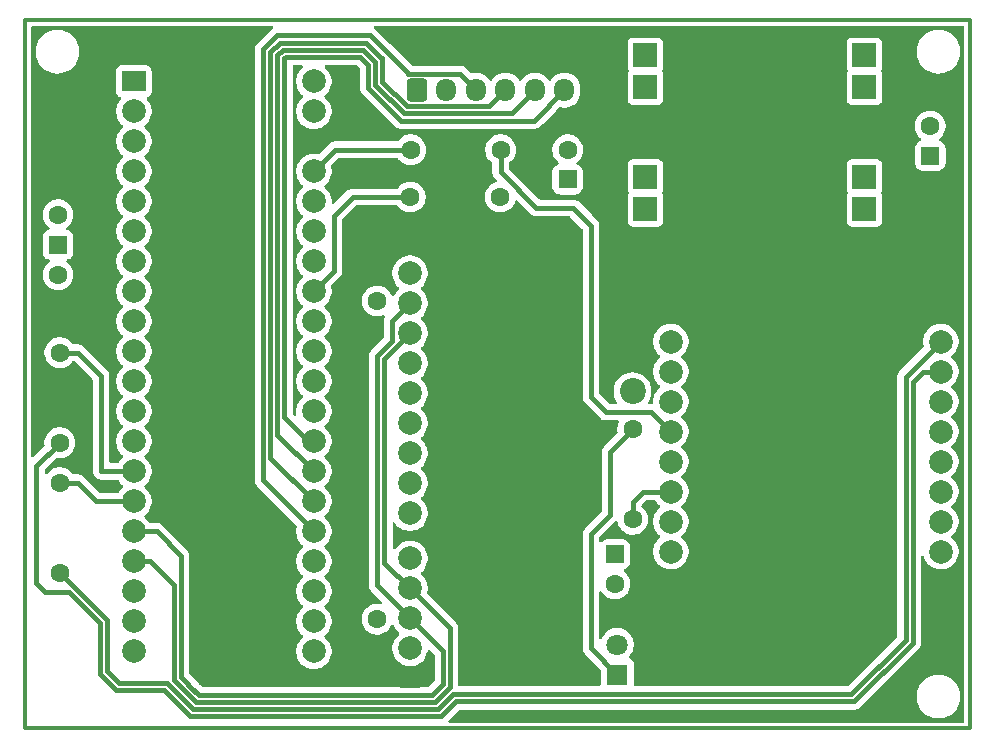
<source format=gbr>
%TF.GenerationSoftware,KiCad,Pcbnew,9.0.3*%
%TF.CreationDate,2025-08-14T19:21:04+07:00*%
%TF.ProjectId,CFBoard,4346426f-6172-4642-9e6b-696361645f70,rev?*%
%TF.SameCoordinates,Original*%
%TF.FileFunction,Copper,L1,Top*%
%TF.FilePolarity,Positive*%
%FSLAX45Y45*%
G04 Gerber Fmt 4.5, Leading zero omitted, Abs format (unit mm)*
G04 Created by KiCad (PCBNEW 9.0.3) date 2025-08-14 19:21:04*
%MOMM*%
%LPD*%
G01*
G04 APERTURE LIST*
G04 Aperture macros list*
%AMRoundRect*
0 Rectangle with rounded corners*
0 $1 Rounding radius*
0 $2 $3 $4 $5 $6 $7 $8 $9 X,Y pos of 4 corners*
0 Add a 4 corners polygon primitive as box body*
4,1,4,$2,$3,$4,$5,$6,$7,$8,$9,$2,$3,0*
0 Add four circle primitives for the rounded corners*
1,1,$1+$1,$2,$3*
1,1,$1+$1,$4,$5*
1,1,$1+$1,$6,$7*
1,1,$1+$1,$8,$9*
0 Add four rect primitives between the rounded corners*
20,1,$1+$1,$2,$3,$4,$5,0*
20,1,$1+$1,$4,$5,$6,$7,0*
20,1,$1+$1,$6,$7,$8,$9,0*
20,1,$1+$1,$8,$9,$2,$3,0*%
G04 Aperture macros list end*
%TA.AperFunction,ComponentPad*%
%ADD10R,2.000000X2.000000*%
%TD*%
%TA.AperFunction,ComponentPad*%
%ADD11RoundRect,0.250000X-0.600000X-0.725000X0.600000X-0.725000X0.600000X0.725000X-0.600000X0.725000X0*%
%TD*%
%TA.AperFunction,ComponentPad*%
%ADD12O,1.700000X1.950000*%
%TD*%
%TA.AperFunction,ComponentPad*%
%ADD13C,1.600000*%
%TD*%
%TA.AperFunction,ComponentPad*%
%ADD14RoundRect,0.249999X-0.850001X0.850001X-0.850001X-0.850001X0.850001X-0.850001X0.850001X0.850001X0*%
%TD*%
%TA.AperFunction,ComponentPad*%
%ADD15C,2.200000*%
%TD*%
%TA.AperFunction,ComponentPad*%
%ADD16R,1.700000X1.700000*%
%TD*%
%TA.AperFunction,ComponentPad*%
%ADD17C,2.000000*%
%TD*%
%TA.AperFunction,ComponentPad*%
%ADD18RoundRect,0.250000X-0.550000X0.550000X-0.550000X-0.550000X0.550000X-0.550000X0.550000X0.550000X0*%
%TD*%
%TA.AperFunction,ComponentPad*%
%ADD19R,2.000000X1.700000*%
%TD*%
%TA.AperFunction,ComponentPad*%
%ADD20RoundRect,0.250000X0.550000X-0.550000X0.550000X0.550000X-0.550000X0.550000X-0.550000X-0.550000X0*%
%TD*%
%TA.AperFunction,ComponentPad*%
%ADD21R,1.800000X1.800000*%
%TD*%
%TA.AperFunction,ComponentPad*%
%ADD22C,1.800000*%
%TD*%
%TA.AperFunction,ComponentPad*%
%ADD23R,1.500000X1.500000*%
%TD*%
%TA.AperFunction,Conductor*%
%ADD24C,0.400000*%
%TD*%
%TA.AperFunction,Conductor*%
%ADD25C,1.000000*%
%TD*%
%TA.AperFunction,Profile*%
%ADD26C,0.300000*%
%TD*%
G04 APERTURE END LIST*
D10*
%TO.P,REG1,1,VIN+*%
%TO.N,Net-(REG1-VIN+)*%
X15799000Y-8831450D03*
X15799000Y-9100450D03*
%TO.P,REG1,2,VIN-*%
%TO.N,GNDPWR*%
X15799000Y-7800450D03*
X15799000Y-8069450D03*
%TO.P,REG1,3,VOUT+*%
%TO.N,Net-(REG1-VOUT+)*%
X17653200Y-8831450D03*
X17653200Y-9100450D03*
%TO.P,REG1,4,VOUT-*%
%TO.N,Net-(D2-A)*%
X17653200Y-7800450D03*
X17653600Y-8069450D03*
%TD*%
D11*
%TO.P,CONN1,1,VIN*%
%TO.N,Net-(CONN1-VIN)*%
X13863600Y-8095450D03*
D12*
%TO.P,CONN1,2,GND*%
%TO.N,GNDPWR*%
X14113600Y-8095450D03*
%TO.P,CONN1,3,Signal_1*%
%TO.N,Net-(CONN1-Signal_1)*%
X14363600Y-8095450D03*
%TO.P,CONN1,4,Signal_2*%
%TO.N,Net-(CONN1-Signal_2)*%
X14613600Y-8095450D03*
%TO.P,CONN1,5,Signal_3*%
%TO.N,Net-(CONN1-Signal_3)*%
X14863600Y-8095450D03*
%TO.P,CONN1,6,Signal_4*%
%TO.N,Net-(CONN1-Signal_4)*%
X15113600Y-8095450D03*
%TD*%
D13*
%TO.P,C4,1*%
%TO.N,Net-(D1-K)*%
X13528600Y-9380450D03*
%TO.P,C4,2*%
%TO.N,Net-(D2-A)*%
X13528600Y-9880450D03*
%TD*%
%TO.P,R4,1*%
%TO.N,Net-(D2-K)*%
X15691000Y-10968000D03*
%TO.P,R4,2*%
%TO.N,Net-(U2-D7)*%
X15691000Y-11730000D03*
%TD*%
D14*
%TO.P,D1,1,K*%
%TO.N,Net-(D1-K)*%
X15690000Y-9630000D03*
D15*
%TO.P,D1,2,A*%
%TO.N,Net-(D1-A)*%
X15690000Y-10646000D03*
%TD*%
D13*
%TO.P,R1,1*%
%TO.N,Net-(U2-D5)*%
X14572000Y-8600000D03*
%TO.P,R1,2*%
%TO.N,Net-(U1-RST)*%
X13810000Y-8600000D03*
%TD*%
%TO.P,R2,1*%
%TO.N,Net-(U1-PB6)*%
X10841000Y-10318000D03*
%TO.P,R2,2*%
%TO.N,Net-(U2-Rx)*%
X10841000Y-11080000D03*
%TD*%
D16*
%TO.P,U4,1,VIN*%
%TO.N,Net-(D1-K)*%
X13806000Y-13076000D03*
D17*
%TO.P,U4,2,GND*%
%TO.N,Net-(D2-A)*%
X13806000Y-12822000D03*
%TO.P,U4,3,SCL*%
%TO.N,Net-(U1-PB8)*%
X13806000Y-12568000D03*
%TO.P,U4,4,SDA*%
%TO.N,Net-(U1-PB9)*%
X13806000Y-12314000D03*
%TO.P,U4,5,NC*%
%TO.N,unconnected-(U4-NC-Pad5)*%
X13806000Y-12060000D03*
%TD*%
D18*
%TO.P,C3,1*%
%TO.N,Net-(D1-A)*%
X15541000Y-12025000D03*
D13*
%TO.P,C3,2*%
%TO.N,Net-(D2-A)*%
X15541000Y-12275000D03*
%TD*%
D19*
%TO.P,U1,1,PB12*%
%TO.N,unconnected-(U1-PB12-Pad1)*%
X11467000Y-8021000D03*
D17*
%TO.P,U1,2,PB13*%
%TO.N,unconnected-(U1-PB13-Pad2)*%
X11467000Y-8275000D03*
%TO.P,U1,3,PB14*%
%TO.N,unconnected-(U1-PB14-Pad3)*%
X11467000Y-8529000D03*
%TO.P,U1,4,PB15*%
%TO.N,unconnected-(U1-PB15-Pad4)*%
X11467000Y-8783000D03*
%TO.P,U1,5,PA8*%
%TO.N,unconnected-(U1-PA8-Pad5)*%
X11467000Y-9037000D03*
%TO.P,U1,6,PA9*%
%TO.N,unconnected-(U1-PA9-Pad6)*%
X11467000Y-9291000D03*
%TO.P,U1,7,PA10*%
%TO.N,unconnected-(U1-PA10-Pad7)*%
X11467000Y-9545000D03*
%TO.P,U1,8,PA11*%
%TO.N,unconnected-(U1-PA11-Pad8)*%
X11467000Y-9799000D03*
%TO.P,U1,9,PA12*%
%TO.N,unconnected-(U1-PA12-Pad9)*%
X11467000Y-10053000D03*
%TO.P,U1,10,PA15*%
%TO.N,unconnected-(U1-PA15-Pad10)*%
X11467000Y-10307000D03*
%TO.P,U1,11,PB3*%
%TO.N,unconnected-(U1-PB3-Pad11)*%
X11467000Y-10561000D03*
%TO.P,U1,12,PB4*%
%TO.N,unconnected-(U1-PB4-Pad12)*%
X11467000Y-10815000D03*
%TO.P,U1,13,PB5*%
%TO.N,unconnected-(U1-PB5-Pad13)*%
X11467000Y-11069000D03*
%TO.P,U1,14,PB6*%
%TO.N,Net-(U1-PB6)*%
X11467000Y-11323000D03*
%TO.P,U1,15,PB7*%
%TO.N,Net-(U1-PB7)*%
X11467000Y-11577000D03*
%TO.P,U1,16,PB8*%
%TO.N,Net-(U1-PB8)*%
X11467000Y-11831000D03*
%TO.P,U1,17,PB9*%
%TO.N,Net-(U1-PB9)*%
X11467000Y-12085000D03*
%TO.P,U1,18,5V*%
%TO.N,unconnected-(U1-5V-Pad18)*%
X11467000Y-12339000D03*
%TO.P,U1,19,GND*%
%TO.N,unconnected-(U1-GND-Pad19)*%
X11467000Y-12593000D03*
%TO.P,U1,20,3V3*%
%TO.N,unconnected-(U1-3V3-Pad20)*%
X11467000Y-12847000D03*
%TO.P,U1,21,VBat*%
%TO.N,unconnected-(U1-VBat-Pad21)*%
X12991000Y-12847000D03*
%TO.P,U1,22,PC13*%
%TO.N,unconnected-(U1-PC13-Pad22)*%
X12991000Y-12593000D03*
%TO.P,U1,23,PC14*%
%TO.N,unconnected-(U1-PC14-Pad23)*%
X12991000Y-12339000D03*
%TO.P,U1,24,PC15*%
%TO.N,unconnected-(U1-PC15-Pad24)*%
X12991000Y-12085000D03*
%TO.P,U1,25,PA0*%
%TO.N,Net-(CONN1-Signal_1)*%
X12991000Y-11831000D03*
%TO.P,U1,26,PA1*%
%TO.N,Net-(CONN1-Signal_2)*%
X12991000Y-11577000D03*
%TO.P,U1,27,PA2*%
%TO.N,Net-(CONN1-Signal_3)*%
X12991000Y-11323000D03*
%TO.P,U1,28,PA3*%
%TO.N,Net-(CONN1-Signal_4)*%
X12991000Y-11069000D03*
%TO.P,U1,29,PA4*%
%TO.N,unconnected-(U1-PA4-Pad29)*%
X12991000Y-10815000D03*
%TO.P,U1,30,PA5*%
%TO.N,unconnected-(U1-PA5-Pad30)*%
X12991000Y-10561000D03*
%TO.P,U1,31,PA6*%
%TO.N,unconnected-(U1-PA6-Pad31)*%
X12991000Y-10307000D03*
%TO.P,U1,32,PA7*%
%TO.N,unconnected-(U1-PA7-Pad32)*%
X12991000Y-10053000D03*
%TO.P,U1,33,PB0*%
%TO.N,Net-(U1-PB0)*%
X12991000Y-9799000D03*
%TO.P,U1,34,PB1*%
%TO.N,unconnected-(U1-PB1-Pad34)*%
X12991000Y-9545000D03*
%TO.P,U1,35,PB10*%
%TO.N,unconnected-(U1-PB10-Pad35)*%
X12991000Y-9291000D03*
%TO.P,U1,36,PB11*%
%TO.N,unconnected-(U1-PB11-Pad36)*%
X12991000Y-9037000D03*
%TO.P,U1,37,RST*%
%TO.N,Net-(U1-RST)*%
X12991000Y-8783000D03*
%TO.P,U1,38,3V3*%
%TO.N,Net-(D1-K)*%
X12991000Y-8529000D03*
%TO.P,U1,39,GND*%
%TO.N,Net-(D2-A)*%
X12991000Y-8275000D03*
%TO.P,U1,40,GND*%
%TO.N,unconnected-(U1-GND-Pad40)*%
X12991000Y-8021000D03*
%TD*%
D20*
%TO.P,C2,1*%
%TO.N,Net-(REG1-VOUT+)*%
X18210000Y-8650000D03*
D13*
%TO.P,C2,2*%
%TO.N,Net-(D2-A)*%
X18210000Y-8400000D03*
%TD*%
D20*
%TO.P,C1,1*%
%TO.N,Net-(REG1-VIN+)*%
X15141000Y-8850000D03*
D13*
%TO.P,C1,2*%
%TO.N,GNDPWR*%
X15141000Y-8600000D03*
%TD*%
%TO.P,R3,1*%
%TO.N,Net-(U1-PB7)*%
X10841000Y-11418000D03*
%TO.P,R3,2*%
%TO.N,Net-(U2-Tx)*%
X10841000Y-12180000D03*
%TD*%
D21*
%TO.P,D2,1,K*%
%TO.N,Net-(D2-K)*%
X15560000Y-13044000D03*
D22*
%TO.P,D2,2,A*%
%TO.N,Net-(D2-A)*%
X15560000Y-12790000D03*
%TD*%
D17*
%TO.P,U2,1,5V*%
%TO.N,Net-(REG1-VOUT+)*%
X18300000Y-12003000D03*
%TO.P,U2,2,GND*%
%TO.N,Net-(D2-A)*%
X18300000Y-11749000D03*
%TO.P,U2,3,D4*%
%TO.N,unconnected-(U2-D4-Pad3)*%
X18300000Y-11495000D03*
%TO.P,U2,4,D3*%
%TO.N,unconnected-(U2-D3-Pad4)*%
X18300000Y-11241000D03*
%TO.P,U2,5,D2*%
%TO.N,unconnected-(U2-D2-Pad5)*%
X18300000Y-10987000D03*
%TO.P,U2,6,D1*%
%TO.N,unconnected-(U2-D1-Pad6)*%
X18300000Y-10733000D03*
%TO.P,U2,7,Rx*%
%TO.N,Net-(U2-Rx)*%
X18300000Y-10479000D03*
%TO.P,U2,8,Tx*%
%TO.N,Net-(U2-Tx)*%
X18300000Y-10225000D03*
%TO.P,U2,9,Rst*%
%TO.N,unconnected-(U2-Rst-Pad9)*%
X16014000Y-10225000D03*
%TO.P,U2,10,A0*%
%TO.N,unconnected-(U2-A0-Pad10)*%
X16014000Y-10479000D03*
%TO.P,U2,11,D0*%
%TO.N,unconnected-(U2-D0-Pad11)*%
X16014000Y-10733000D03*
%TO.P,U2,12,D5*%
%TO.N,Net-(U2-D5)*%
X16014000Y-10987000D03*
%TO.P,U2,13,D6*%
%TO.N,unconnected-(U2-D6-Pad13)*%
X16014000Y-11241000D03*
%TO.P,U2,14,D7*%
%TO.N,Net-(U2-D7)*%
X16014000Y-11495000D03*
%TO.P,U2,15,D8*%
%TO.N,unconnected-(U2-D8-Pad15)*%
X16014000Y-11749000D03*
%TO.P,U2,16,3.3V*%
%TO.N,Net-(D1-A)*%
X16014000Y-12003000D03*
%TD*%
D13*
%TO.P,R5,1*%
%TO.N,Net-(U3-INT)*%
X14570000Y-9000000D03*
%TO.P,R5,2*%
%TO.N,Net-(U1-PB0)*%
X13808000Y-9000000D03*
%TD*%
%TO.P,C5,1*%
%TO.N,Net-(D2-A)*%
X13526100Y-12575450D03*
%TO.P,C5,2*%
%TO.N,Net-(D1-K)*%
X13526100Y-13075450D03*
%TD*%
D23*
%TO.P,SW1,1,A*%
%TO.N,Net-(CONN1-VIN)*%
X10826100Y-9404450D03*
D13*
%TO.P,SW1,2,B*%
%TO.N,Net-(REG1-VIN+)*%
X10826100Y-9658450D03*
%TO.P,SW1,3*%
%TO.N,N/C*%
X10826100Y-9150450D03*
%TD*%
D16*
%TO.P,U3,1,VIN*%
%TO.N,Net-(D1-K)*%
X13805600Y-9391450D03*
D17*
%TO.P,U3,2,GND*%
%TO.N,Net-(D2-A)*%
X13805600Y-9645450D03*
%TO.P,U3,3,SCL*%
%TO.N,Net-(U1-PB8)*%
X13805600Y-9899450D03*
%TO.P,U3,4,SDA*%
%TO.N,Net-(U1-PB9)*%
X13805600Y-10153450D03*
%TO.P,U3,5,EDA*%
%TO.N,unconnected-(U3-EDA-Pad5)*%
X13805600Y-10407450D03*
%TO.P,U3,6,ECL*%
%TO.N,unconnected-(U3-ECL-Pad6)*%
X13805600Y-10661450D03*
%TO.P,U3,7,AD0*%
%TO.N,unconnected-(U3-AD0-Pad7)*%
X13805600Y-10915450D03*
%TO.P,U3,8,INT*%
%TO.N,Net-(U3-INT)*%
X13805600Y-11169450D03*
%TO.P,U3,9,NCS*%
%TO.N,unconnected-(U3-NCS-Pad9)*%
X13805600Y-11423450D03*
%TO.P,U3,10,FSYNC*%
%TO.N,unconnected-(U3-FSYNC-Pad10)*%
X13805600Y-11677450D03*
%TD*%
D24*
%TO.N,Net-(D2-K)*%
X15691000Y-10968000D02*
X15500000Y-11159000D01*
X15500000Y-11159000D02*
X15500000Y-11690006D01*
X15500000Y-11690006D02*
X15337500Y-11852506D01*
X15337500Y-11852506D02*
X15337500Y-12821500D01*
X15337500Y-12821500D02*
X15560000Y-13044000D01*
%TO.N,Net-(U1-PB9)*%
X11467000Y-12085000D02*
X11608000Y-12085000D01*
X11608000Y-12085000D02*
X11805900Y-12282900D01*
X11805900Y-12282900D02*
X11805900Y-13092894D01*
X11991106Y-13278100D02*
X14015894Y-13278100D01*
X14143703Y-12651703D02*
X13806000Y-12314000D01*
X11805900Y-13092894D02*
X11991106Y-13278100D01*
X14015894Y-13278100D02*
X14143703Y-13150291D01*
X14143703Y-13150291D02*
X14143703Y-12651703D01*
%TO.N,Net-(U1-PB8)*%
X11986099Y-13188099D02*
X11866000Y-13068000D01*
X11866000Y-13068000D02*
X11866000Y-12036000D01*
X11866000Y-12036000D02*
X11661000Y-11831000D01*
X11661000Y-11831000D02*
X11467000Y-11831000D01*
X12016000Y-13218000D02*
X11972750Y-13174750D01*
X13991000Y-13218000D02*
X12016000Y-13218000D01*
X13806000Y-12568000D02*
X14083603Y-12845603D01*
X14083603Y-13125397D02*
X13991000Y-13218000D01*
X14083603Y-12845603D02*
X14083603Y-13125397D01*
%TO.N,Net-(CONN1-Signal_2)*%
X12620800Y-7775612D02*
X12620800Y-11206800D01*
X14476000Y-8233050D02*
X13775942Y-8233050D01*
X13433150Y-7693150D02*
X12703262Y-7693150D01*
X12620800Y-11206800D02*
X12991000Y-11577000D01*
X13775942Y-8233050D02*
X13570000Y-8027108D01*
X13570000Y-7820000D02*
X13560000Y-7820000D01*
X13560000Y-7820000D02*
X13433150Y-7693150D01*
X14613600Y-8095450D02*
X14476000Y-8233050D01*
X13570000Y-8027108D02*
X13570000Y-7820000D01*
X12703262Y-7693150D02*
X12620800Y-7775612D01*
%TO.N,Net-(CONN1-Signal_3)*%
X12680900Y-11012900D02*
X12991000Y-11323000D01*
X12680900Y-7800506D02*
X12680900Y-11012900D01*
X14863600Y-8095450D02*
X14665900Y-8293150D01*
X12728156Y-7753250D02*
X12680900Y-7800506D01*
X13751048Y-8293150D02*
X13509900Y-8052002D01*
X13509900Y-7854894D02*
X13408256Y-7753250D01*
X13509900Y-8052002D02*
X13509900Y-7854894D01*
X14665900Y-8293150D02*
X13751048Y-8293150D01*
X13408256Y-7753250D02*
X12728156Y-7753250D01*
%TO.N,Net-(CONN1-Signal_4)*%
X12741000Y-7825400D02*
X12741000Y-10866000D01*
X12741000Y-10866000D02*
X12944000Y-11069000D01*
X13383362Y-7813350D02*
X12753050Y-7813350D01*
X13449800Y-7879788D02*
X13383362Y-7813350D01*
X15113600Y-8095450D02*
X14855800Y-8353250D01*
X12753050Y-7813350D02*
X12741000Y-7825400D01*
X13726154Y-8353250D02*
X13449800Y-8076896D01*
X13449800Y-8076896D02*
X13449800Y-7879788D01*
X14855800Y-8353250D02*
X13726154Y-8353250D01*
%TO.N,Net-(CONN1-Signal_1)*%
X13790000Y-7955006D02*
X13468044Y-7633050D01*
X12678367Y-7633050D02*
X12560700Y-7750717D01*
X13468044Y-7633050D02*
X12678367Y-7633050D01*
X14226000Y-7957850D02*
X13790000Y-7957850D01*
X14363600Y-8095450D02*
X14226000Y-7957850D01*
X13790000Y-7957850D02*
X13790000Y-7955006D01*
X12560700Y-7750717D02*
X12560700Y-11400700D01*
X12560700Y-11400700D02*
X12991000Y-11831000D01*
%TO.N,Net-(D2-K)*%
X15494000Y-13044000D02*
X15560000Y-13044000D01*
%TO.N,Net-(U2-D5)*%
X15337500Y-10695000D02*
X15337500Y-9242500D01*
X16014000Y-10987000D02*
X15849500Y-10822500D01*
X15187500Y-9092500D02*
X14875000Y-9092500D01*
X15465000Y-10822500D02*
X15337500Y-10695000D01*
X14572000Y-8789500D02*
X14572000Y-8600000D01*
X15337500Y-9242500D02*
X15187500Y-9092500D01*
X15849500Y-10822500D02*
X15465000Y-10822500D01*
X14875000Y-9092500D02*
X14572000Y-8789500D01*
%TO.N,Net-(U1-RST)*%
X13174000Y-8600000D02*
X12991000Y-8783000D01*
X13810000Y-8600000D02*
X13174000Y-8600000D01*
%TO.N,Net-(U2-Rx)*%
X14193491Y-13270491D02*
X17566053Y-13270491D01*
X10641000Y-12268000D02*
X10714497Y-12341497D01*
X18147550Y-10479000D02*
X18300000Y-10479000D01*
X10714497Y-12341497D02*
X10917503Y-12341497D01*
X11941317Y-13398300D02*
X14065683Y-13398300D01*
X11316106Y-13178100D02*
X11721117Y-13178100D01*
X11721117Y-13178100D02*
X11941317Y-13398300D01*
X11180900Y-12604894D02*
X11180900Y-13042894D01*
X18061200Y-10565350D02*
X18147550Y-10479000D01*
X10641000Y-11280000D02*
X10641000Y-12268000D01*
X10841000Y-11080000D02*
X10641000Y-11280000D01*
X10917503Y-12341497D02*
X11180900Y-12604894D01*
X17566053Y-13270491D02*
X18061200Y-12775344D01*
X18061200Y-12775344D02*
X18061200Y-10565350D01*
X14065683Y-13398300D02*
X14193491Y-13270491D01*
X11180900Y-13042894D02*
X11316106Y-13178100D01*
%TO.N,Net-(U1-PB6)*%
X11191000Y-10518000D02*
X11191000Y-11318000D01*
X10841000Y-10318000D02*
X10991000Y-10318000D01*
X10991000Y-10318000D02*
X11191000Y-10518000D01*
X11196000Y-11323000D02*
X11467000Y-11323000D01*
X11191000Y-11318000D02*
X11196000Y-11323000D01*
%TO.N,Net-(U2-Tx)*%
X17541159Y-13210391D02*
X18001100Y-12750450D01*
X18001100Y-10523900D02*
X18300000Y-10225000D01*
X18001100Y-12750450D02*
X18001100Y-10523900D01*
X11241000Y-12580000D02*
X11241000Y-13018000D01*
X11241000Y-13018000D02*
X11341000Y-13118000D01*
X14168597Y-13210391D02*
X17541159Y-13210391D01*
X11341000Y-13118000D02*
X11746012Y-13118000D01*
X11966212Y-13338200D02*
X14040788Y-13338200D01*
X11746012Y-13118000D02*
X11966212Y-13338200D01*
X14040788Y-13338200D02*
X14168597Y-13210391D01*
X10841000Y-12180000D02*
X11241000Y-12580000D01*
%TO.N,Net-(U1-PB7)*%
X10991000Y-11418000D02*
X11150000Y-11577000D01*
X11150000Y-11577000D02*
X11467000Y-11577000D01*
X10841000Y-11418000D02*
X10991000Y-11418000D01*
%TO.N,Net-(U2-D7)*%
X15691000Y-11730000D02*
X15691000Y-11584000D01*
X15691000Y-11584000D02*
X15780000Y-11495000D01*
X15780000Y-11495000D02*
X16014000Y-11495000D01*
%TO.N,Net-(U1-PB9)*%
X13587500Y-10371550D02*
X13587500Y-12095500D01*
X13587500Y-12095500D02*
X13806000Y-12314000D01*
X13805600Y-10153450D02*
X13587500Y-10371550D01*
%TO.N,Net-(U1-PB0)*%
X13320000Y-9000000D02*
X13160000Y-9160000D01*
X13160000Y-9630000D02*
X12991000Y-9799000D01*
X13808000Y-9000000D02*
X13320000Y-9000000D01*
X13160000Y-9160000D02*
X13160000Y-9630000D01*
%TO.N,Net-(U1-PB8)*%
X13654528Y-10050522D02*
X13654528Y-10219528D01*
X13527400Y-10346656D02*
X13527400Y-12289400D01*
X13654528Y-10219528D02*
X13527400Y-10346656D01*
X13805600Y-9899450D02*
X13654528Y-10050522D01*
X13527400Y-12289400D02*
X13806000Y-12568000D01*
D25*
%TO.N,Net-(D1-K)*%
X13805450Y-13075450D02*
X13806000Y-13076000D01*
%TD*%
%TA.AperFunction,Conductor*%
%TO.N,Net-(D1-K)*%
G36*
X12642326Y-7552018D02*
G01*
X12646901Y-7557299D01*
X12647896Y-7564215D01*
X12644993Y-7570570D01*
X12642511Y-7572760D01*
X12633713Y-7578638D01*
X12633713Y-7578639D01*
X12506289Y-7706063D01*
X12506289Y-7706063D01*
X12498622Y-7717537D01*
X12493342Y-7730284D01*
X12493342Y-7730284D01*
X12493342Y-7730285D01*
X12490753Y-7743300D01*
X12490753Y-7743301D01*
X12490650Y-7743818D01*
X12490650Y-7743818D01*
X12490650Y-11393801D01*
X12490650Y-11407599D01*
X12490650Y-11407600D01*
X12490650Y-11407600D01*
X12493342Y-11421132D01*
X12493342Y-11421133D01*
X12498622Y-11433881D01*
X12506289Y-11445354D01*
X12506289Y-11445355D01*
X12842252Y-11781317D01*
X12845600Y-11787450D01*
X12845277Y-11793917D01*
X12844645Y-11795863D01*
X12844645Y-11795863D01*
X12840950Y-11819190D01*
X12840950Y-11842810D01*
X12844645Y-11866137D01*
X12851943Y-11888600D01*
X12858526Y-11901519D01*
X12862666Y-11909643D01*
X12876548Y-11928751D01*
X12893249Y-11945452D01*
X12896713Y-11947968D01*
X12900979Y-11953501D01*
X12901577Y-11960463D01*
X12898316Y-11966642D01*
X12896713Y-11968031D01*
X12896625Y-11968096D01*
X12893249Y-11970548D01*
X12876548Y-11987249D01*
X12876548Y-11987249D01*
X12876548Y-11987249D01*
X12873684Y-11991191D01*
X12862666Y-12006357D01*
X12851943Y-12027400D01*
X12844645Y-12049863D01*
X12840950Y-12073190D01*
X12840950Y-12096810D01*
X12844645Y-12120137D01*
X12851943Y-12142600D01*
X12859663Y-12157751D01*
X12862666Y-12163643D01*
X12876548Y-12182751D01*
X12893249Y-12199452D01*
X12896713Y-12201968D01*
X12900979Y-12207501D01*
X12901577Y-12214463D01*
X12898316Y-12220642D01*
X12896713Y-12222031D01*
X12896511Y-12222178D01*
X12893249Y-12224548D01*
X12876548Y-12241249D01*
X12876548Y-12241249D01*
X12876548Y-12241249D01*
X12871526Y-12248161D01*
X12862666Y-12260357D01*
X12851943Y-12281400D01*
X12844645Y-12303863D01*
X12840950Y-12327190D01*
X12840950Y-12350810D01*
X12844645Y-12374137D01*
X12851943Y-12396600D01*
X12858188Y-12408855D01*
X12862666Y-12417643D01*
X12876548Y-12436751D01*
X12893249Y-12453452D01*
X12896713Y-12455968D01*
X12900979Y-12461501D01*
X12901577Y-12468463D01*
X12898316Y-12474642D01*
X12896713Y-12476031D01*
X12894936Y-12477322D01*
X12893249Y-12478548D01*
X12876548Y-12495249D01*
X12876548Y-12495249D01*
X12876548Y-12495249D01*
X12870586Y-12503455D01*
X12862666Y-12514357D01*
X12851943Y-12535400D01*
X12844645Y-12557863D01*
X12840950Y-12581190D01*
X12840950Y-12604810D01*
X12844645Y-12628137D01*
X12851943Y-12650600D01*
X12859663Y-12665751D01*
X12862666Y-12671643D01*
X12876548Y-12690751D01*
X12893249Y-12707452D01*
X12896713Y-12709968D01*
X12900979Y-12715501D01*
X12901577Y-12722463D01*
X12898316Y-12728642D01*
X12896713Y-12730031D01*
X12894936Y-12731322D01*
X12893249Y-12732548D01*
X12876548Y-12749249D01*
X12876548Y-12749249D01*
X12876548Y-12749249D01*
X12870768Y-12757205D01*
X12862666Y-12768357D01*
X12851943Y-12789400D01*
X12844645Y-12811863D01*
X12840950Y-12835190D01*
X12840950Y-12858810D01*
X12844645Y-12882137D01*
X12851943Y-12904600D01*
X12859663Y-12919751D01*
X12862666Y-12925643D01*
X12876548Y-12944751D01*
X12893249Y-12961452D01*
X12912357Y-12975334D01*
X12922299Y-12980400D01*
X12933400Y-12986057D01*
X12933400Y-12986057D01*
X12933401Y-12986057D01*
X12942411Y-12988984D01*
X12955863Y-12993355D01*
X12979190Y-12997050D01*
X12979191Y-12997050D01*
X13002810Y-12997050D01*
X13026137Y-12993355D01*
X13028411Y-12992616D01*
X13048599Y-12986057D01*
X13069643Y-12975334D01*
X13088751Y-12961452D01*
X13105452Y-12944751D01*
X13119334Y-12925643D01*
X13130057Y-12904599D01*
X13137355Y-12882137D01*
X13137733Y-12879755D01*
X13141050Y-12858810D01*
X13141050Y-12835190D01*
X13137355Y-12811863D01*
X13132129Y-12795777D01*
X13130057Y-12789401D01*
X13130057Y-12789400D01*
X13130057Y-12789400D01*
X13119334Y-12768357D01*
X13105452Y-12749249D01*
X13088751Y-12732548D01*
X13085287Y-12730032D01*
X13081021Y-12724499D01*
X13080423Y-12717537D01*
X13083683Y-12711358D01*
X13085287Y-12709968D01*
X13088751Y-12707452D01*
X13105452Y-12690751D01*
X13119334Y-12671643D01*
X13130057Y-12650599D01*
X13137355Y-12628137D01*
X13138213Y-12622723D01*
X13141050Y-12604810D01*
X13141050Y-12581190D01*
X13137355Y-12557863D01*
X13130057Y-12535400D01*
X13119334Y-12514357D01*
X13105452Y-12495249D01*
X13088751Y-12478548D01*
X13085287Y-12476032D01*
X13081021Y-12470499D01*
X13080423Y-12463537D01*
X13083683Y-12457358D01*
X13085287Y-12455968D01*
X13088751Y-12453452D01*
X13105452Y-12436751D01*
X13119334Y-12417643D01*
X13130057Y-12396599D01*
X13137355Y-12374137D01*
X13141050Y-12350810D01*
X13141050Y-12327190D01*
X13137355Y-12303863D01*
X13130057Y-12281400D01*
X13121199Y-12264016D01*
X13119334Y-12260357D01*
X13105452Y-12241249D01*
X13088751Y-12224548D01*
X13085287Y-12222032D01*
X13081021Y-12216499D01*
X13080423Y-12209537D01*
X13083683Y-12203358D01*
X13085287Y-12201968D01*
X13088751Y-12199452D01*
X13105452Y-12182751D01*
X13119334Y-12163643D01*
X13130057Y-12142599D01*
X13137355Y-12120137D01*
X13141050Y-12096810D01*
X13141050Y-12073190D01*
X13137355Y-12049863D01*
X13130057Y-12027400D01*
X13122710Y-12012981D01*
X13119334Y-12006357D01*
X13105452Y-11987249D01*
X13088751Y-11970548D01*
X13085287Y-11968032D01*
X13081021Y-11962499D01*
X13080423Y-11955537D01*
X13083683Y-11949358D01*
X13085287Y-11947968D01*
X13088751Y-11945452D01*
X13105452Y-11928751D01*
X13119334Y-11909643D01*
X13130057Y-11888599D01*
X13137355Y-11866137D01*
X13137382Y-11865968D01*
X13141050Y-11842810D01*
X13141050Y-11819190D01*
X13137355Y-11795863D01*
X13130642Y-11775201D01*
X13130057Y-11773401D01*
X13130057Y-11773400D01*
X13130057Y-11773400D01*
X13123441Y-11760416D01*
X13119334Y-11752357D01*
X13105452Y-11733249D01*
X13088751Y-11716548D01*
X13085287Y-11714032D01*
X13081021Y-11708499D01*
X13080423Y-11701537D01*
X13083683Y-11695358D01*
X13085287Y-11693968D01*
X13088751Y-11691452D01*
X13105452Y-11674751D01*
X13119334Y-11655643D01*
X13130057Y-11634599D01*
X13137355Y-11612137D01*
X13137382Y-11611968D01*
X13141050Y-11588810D01*
X13141050Y-11565190D01*
X13137355Y-11541863D01*
X13133340Y-11529505D01*
X13130057Y-11519401D01*
X13130057Y-11519400D01*
X13130057Y-11519400D01*
X13123441Y-11506416D01*
X13119334Y-11498357D01*
X13105452Y-11479249D01*
X13088751Y-11462548D01*
X13085287Y-11460032D01*
X13081021Y-11454499D01*
X13080423Y-11447537D01*
X13083683Y-11441358D01*
X13085287Y-11439968D01*
X13088751Y-11437452D01*
X13105452Y-11420751D01*
X13119334Y-11401643D01*
X13130057Y-11380599D01*
X13137355Y-11358137D01*
X13137706Y-11355922D01*
X13141050Y-11334810D01*
X13141050Y-11311190D01*
X13137355Y-11287863D01*
X13133340Y-11275505D01*
X13130057Y-11265401D01*
X13130057Y-11265400D01*
X13130057Y-11265400D01*
X13123441Y-11252416D01*
X13119334Y-11244357D01*
X13105452Y-11225249D01*
X13088751Y-11208548D01*
X13085287Y-11206032D01*
X13081021Y-11200499D01*
X13080423Y-11193537D01*
X13083683Y-11187358D01*
X13085287Y-11185968D01*
X13088751Y-11183452D01*
X13105452Y-11166751D01*
X13119334Y-11147643D01*
X13130057Y-11126599D01*
X13137355Y-11104137D01*
X13137708Y-11101907D01*
X13141050Y-11080810D01*
X13141050Y-11057190D01*
X13137355Y-11033863D01*
X13133340Y-11021505D01*
X13130057Y-11011401D01*
X13130057Y-11011401D01*
X13130057Y-11011400D01*
X13123441Y-10998416D01*
X13119334Y-10990357D01*
X13105452Y-10971249D01*
X13088751Y-10954548D01*
X13085287Y-10952032D01*
X13081021Y-10946499D01*
X13080423Y-10939538D01*
X13083683Y-10933358D01*
X13085287Y-10931968D01*
X13088751Y-10929452D01*
X13105452Y-10912751D01*
X13119334Y-10893643D01*
X13130057Y-10872599D01*
X13137355Y-10850137D01*
X13137534Y-10849007D01*
X13141050Y-10826810D01*
X13141050Y-10803190D01*
X13137355Y-10779863D01*
X13133340Y-10767505D01*
X13130057Y-10757401D01*
X13130057Y-10757401D01*
X13130057Y-10757400D01*
X13123340Y-10744219D01*
X13119334Y-10736357D01*
X13105452Y-10717249D01*
X13088751Y-10700548D01*
X13085287Y-10698032D01*
X13081021Y-10692499D01*
X13080423Y-10685538D01*
X13083683Y-10679358D01*
X13085287Y-10677968D01*
X13088751Y-10675452D01*
X13105452Y-10658751D01*
X13119334Y-10639643D01*
X13130057Y-10618599D01*
X13137355Y-10596137D01*
X13137636Y-10594366D01*
X13141050Y-10572810D01*
X13141050Y-10549190D01*
X13137355Y-10525863D01*
X13132656Y-10511400D01*
X13130057Y-10503401D01*
X13130057Y-10503401D01*
X13130057Y-10503400D01*
X13123595Y-10490719D01*
X13119334Y-10482357D01*
X13105452Y-10463249D01*
X13088751Y-10446548D01*
X13085287Y-10444032D01*
X13081021Y-10438499D01*
X13080423Y-10431538D01*
X13083683Y-10425358D01*
X13085287Y-10423968D01*
X13088751Y-10421452D01*
X13105452Y-10404751D01*
X13119334Y-10385643D01*
X13130057Y-10364599D01*
X13137355Y-10342137D01*
X13137732Y-10339757D01*
X13141050Y-10318810D01*
X13141050Y-10295190D01*
X13137355Y-10271863D01*
X13130642Y-10251201D01*
X13130057Y-10249401D01*
X13130057Y-10249401D01*
X13130057Y-10249400D01*
X13119334Y-10228357D01*
X13105452Y-10209249D01*
X13088751Y-10192548D01*
X13085287Y-10190032D01*
X13081021Y-10184499D01*
X13080423Y-10177538D01*
X13083683Y-10171358D01*
X13085287Y-10169968D01*
X13088751Y-10167452D01*
X13105452Y-10150751D01*
X13119334Y-10131643D01*
X13130057Y-10110599D01*
X13137355Y-10088137D01*
X13139467Y-10074807D01*
X13141050Y-10064810D01*
X13141050Y-10041190D01*
X13137355Y-10017863D01*
X13132041Y-10001509D01*
X13130057Y-9995401D01*
X13130057Y-9995401D01*
X13130057Y-9995400D01*
X13119334Y-9974357D01*
X13105452Y-9955249D01*
X13088751Y-9938548D01*
X13085287Y-9936032D01*
X13081021Y-9930499D01*
X13080423Y-9923538D01*
X13083683Y-9917358D01*
X13085287Y-9915968D01*
X13088751Y-9913452D01*
X13105452Y-9896751D01*
X13119334Y-9877643D01*
X13130057Y-9856599D01*
X13137355Y-9834137D01*
X13137927Y-9830527D01*
X13141050Y-9810810D01*
X13141050Y-9787190D01*
X13138276Y-9769678D01*
X13137355Y-9763863D01*
X13136723Y-9761918D01*
X13136523Y-9754934D01*
X13139748Y-9749318D01*
X13214411Y-9674654D01*
X13222077Y-9663181D01*
X13223622Y-9659452D01*
X13227358Y-9650433D01*
X13227358Y-9650433D01*
X13230050Y-9636899D01*
X13230050Y-9623101D01*
X13230050Y-9194152D01*
X13232018Y-9187448D01*
X13233682Y-9185384D01*
X13345384Y-9073682D01*
X13351516Y-9070333D01*
X13354152Y-9070050D01*
X13691826Y-9070050D01*
X13698529Y-9072019D01*
X13701857Y-9075162D01*
X13708803Y-9084722D01*
X13723279Y-9099197D01*
X13738775Y-9110456D01*
X13739839Y-9111229D01*
X13751461Y-9117150D01*
X13758078Y-9120522D01*
X13758078Y-9120522D01*
X13758078Y-9120522D01*
X13768514Y-9123913D01*
X13777546Y-9126848D01*
X13787656Y-9128449D01*
X13797765Y-9130050D01*
X13797765Y-9130050D01*
X13818235Y-9130050D01*
X13818235Y-9130050D01*
X13838453Y-9126848D01*
X13857922Y-9120522D01*
X13876161Y-9111229D01*
X13885459Y-9104473D01*
X13892721Y-9099197D01*
X13892721Y-9099197D01*
X13892722Y-9099197D01*
X13907197Y-9084722D01*
X13907197Y-9084722D01*
X13907197Y-9084721D01*
X13914142Y-9075162D01*
X13919229Y-9068161D01*
X13928522Y-9049922D01*
X13934848Y-9030453D01*
X13938050Y-9010235D01*
X13938050Y-8989765D01*
X13934848Y-8969547D01*
X13928522Y-8950078D01*
X13928522Y-8950078D01*
X13928522Y-8950078D01*
X13922328Y-8937923D01*
X13919229Y-8931839D01*
X13917242Y-8929105D01*
X13907197Y-8915279D01*
X13892721Y-8900803D01*
X13876161Y-8888772D01*
X13876161Y-8888771D01*
X13876161Y-8888771D01*
X13870465Y-8885869D01*
X13857922Y-8879478D01*
X13838453Y-8873152D01*
X13820999Y-8870388D01*
X13818235Y-8869950D01*
X13797765Y-8869950D01*
X13795333Y-8870335D01*
X13777546Y-8873152D01*
X13758078Y-8879478D01*
X13739839Y-8888772D01*
X13723279Y-8900803D01*
X13708803Y-8915278D01*
X13701857Y-8924838D01*
X13696324Y-8929105D01*
X13691826Y-8929950D01*
X13313100Y-8929950D01*
X13299568Y-8932642D01*
X13299567Y-8932642D01*
X13286819Y-8937922D01*
X13275345Y-8945589D01*
X13162162Y-9058772D01*
X13156030Y-9062120D01*
X13149061Y-9061622D01*
X13143468Y-9057435D01*
X13141026Y-9050888D01*
X13141033Y-9049030D01*
X13141050Y-9048809D01*
X13141050Y-9025190D01*
X13137355Y-9001863D01*
X13130268Y-8980050D01*
X13130057Y-8979401D01*
X13130057Y-8979401D01*
X13130057Y-8979400D01*
X13124400Y-8968299D01*
X13119334Y-8958357D01*
X13105452Y-8939249D01*
X13088751Y-8922548D01*
X13085287Y-8920032D01*
X13081021Y-8914499D01*
X13080423Y-8907538D01*
X13083683Y-8901358D01*
X13085287Y-8899968D01*
X13088751Y-8897452D01*
X13105452Y-8880751D01*
X13119334Y-8861643D01*
X13130057Y-8840599D01*
X13137355Y-8818137D01*
X13138655Y-8809932D01*
X13141050Y-8794810D01*
X13141050Y-8771190D01*
X13137989Y-8751866D01*
X13137355Y-8747863D01*
X13136723Y-8745918D01*
X13136523Y-8738934D01*
X13139748Y-8733318D01*
X13199384Y-8673682D01*
X13205516Y-8670333D01*
X13208152Y-8670050D01*
X13693826Y-8670050D01*
X13700529Y-8672019D01*
X13703857Y-8675162D01*
X13710803Y-8684722D01*
X13725279Y-8699197D01*
X13739419Y-8709471D01*
X13741839Y-8711229D01*
X13748512Y-8714629D01*
X13760078Y-8720522D01*
X13760078Y-8720522D01*
X13760078Y-8720522D01*
X13770514Y-8723913D01*
X13779546Y-8726848D01*
X13789656Y-8728449D01*
X13799765Y-8730050D01*
X13799765Y-8730050D01*
X13820235Y-8730050D01*
X13820235Y-8730050D01*
X13840453Y-8726848D01*
X13859922Y-8720522D01*
X13878161Y-8711229D01*
X13889136Y-8703255D01*
X13894721Y-8699197D01*
X13894721Y-8699197D01*
X13894722Y-8699197D01*
X13909197Y-8684722D01*
X13909197Y-8684722D01*
X13909197Y-8684721D01*
X13916142Y-8675162D01*
X13921229Y-8668161D01*
X13930522Y-8649922D01*
X13936848Y-8630453D01*
X13940050Y-8610235D01*
X13940050Y-8589765D01*
X13936848Y-8569547D01*
X13935090Y-8564137D01*
X13930522Y-8550078D01*
X13925799Y-8540810D01*
X13921229Y-8531839D01*
X13917363Y-8526519D01*
X13909197Y-8515279D01*
X13894721Y-8500803D01*
X13878161Y-8488772D01*
X13878161Y-8488771D01*
X13878161Y-8488771D01*
X13872465Y-8485869D01*
X13859922Y-8479478D01*
X13840453Y-8473152D01*
X13822999Y-8470388D01*
X13820235Y-8469950D01*
X13799765Y-8469950D01*
X13797333Y-8470335D01*
X13779546Y-8473152D01*
X13760078Y-8479478D01*
X13741839Y-8488772D01*
X13725279Y-8500803D01*
X13710803Y-8515278D01*
X13703857Y-8524838D01*
X13698324Y-8529105D01*
X13693826Y-8529950D01*
X13167100Y-8529950D01*
X13153568Y-8532642D01*
X13153567Y-8532642D01*
X13140819Y-8537922D01*
X13129345Y-8545589D01*
X13040682Y-8634252D01*
X13034550Y-8637600D01*
X13028082Y-8637277D01*
X13026137Y-8636645D01*
X13002810Y-8632950D01*
X13002809Y-8632950D01*
X12979191Y-8632950D01*
X12979190Y-8632950D01*
X12955863Y-8636645D01*
X12933400Y-8643943D01*
X12912357Y-8654666D01*
X12907131Y-8658463D01*
X12893249Y-8668548D01*
X12893249Y-8668549D01*
X12893249Y-8668549D01*
X12876548Y-8685249D01*
X12876548Y-8685249D01*
X12876548Y-8685249D01*
X12870586Y-8693455D01*
X12862666Y-8704357D01*
X12851943Y-8725400D01*
X12844645Y-8747863D01*
X12840950Y-8771190D01*
X12840950Y-8794810D01*
X12844645Y-8818137D01*
X12851943Y-8840600D01*
X12862235Y-8860798D01*
X12862666Y-8861643D01*
X12876548Y-8880751D01*
X12893249Y-8897452D01*
X12896713Y-8899968D01*
X12900979Y-8905501D01*
X12901577Y-8912463D01*
X12898316Y-8918642D01*
X12896713Y-8920032D01*
X12896371Y-8920280D01*
X12893249Y-8922548D01*
X12876548Y-8939249D01*
X12876548Y-8939249D01*
X12876548Y-8939249D01*
X12874406Y-8942198D01*
X12862666Y-8958357D01*
X12851943Y-8979400D01*
X12844645Y-9001863D01*
X12840950Y-9025190D01*
X12840950Y-9048810D01*
X12844645Y-9072137D01*
X12851943Y-9094600D01*
X12860416Y-9111228D01*
X12862666Y-9115643D01*
X12876548Y-9134751D01*
X12893249Y-9151452D01*
X12896713Y-9153968D01*
X12900979Y-9159501D01*
X12901577Y-9166463D01*
X12898316Y-9172642D01*
X12896713Y-9174032D01*
X12894936Y-9175322D01*
X12893249Y-9176548D01*
X12876548Y-9193249D01*
X12876548Y-9193249D01*
X12876548Y-9193249D01*
X12871373Y-9200372D01*
X12862666Y-9212357D01*
X12851943Y-9233400D01*
X12844645Y-9255863D01*
X12840950Y-9279190D01*
X12840950Y-9302810D01*
X12844645Y-9326137D01*
X12851943Y-9348600D01*
X12862666Y-9369643D01*
X12876548Y-9388751D01*
X12893249Y-9405452D01*
X12896713Y-9407968D01*
X12900979Y-9413501D01*
X12901577Y-9420463D01*
X12898316Y-9426642D01*
X12896713Y-9428032D01*
X12894936Y-9429322D01*
X12893249Y-9430548D01*
X12876548Y-9447249D01*
X12876548Y-9447249D01*
X12876548Y-9447249D01*
X12870586Y-9455455D01*
X12862666Y-9466357D01*
X12851943Y-9487400D01*
X12844645Y-9509863D01*
X12840950Y-9533190D01*
X12840950Y-9556810D01*
X12844645Y-9580137D01*
X12851943Y-9602600D01*
X12862389Y-9623101D01*
X12862666Y-9623643D01*
X12876548Y-9642751D01*
X12893249Y-9659452D01*
X12896713Y-9661968D01*
X12900979Y-9667501D01*
X12901577Y-9674463D01*
X12898316Y-9680642D01*
X12896713Y-9682032D01*
X12894936Y-9683322D01*
X12893249Y-9684548D01*
X12876548Y-9701249D01*
X12876548Y-9701249D01*
X12876548Y-9701249D01*
X12875240Y-9703049D01*
X12862666Y-9720357D01*
X12851943Y-9741400D01*
X12844645Y-9763863D01*
X12840950Y-9787190D01*
X12840950Y-9810810D01*
X12844645Y-9834137D01*
X12851943Y-9856600D01*
X12858881Y-9870215D01*
X12862666Y-9877643D01*
X12876548Y-9896751D01*
X12893249Y-9913452D01*
X12896713Y-9915968D01*
X12900979Y-9921501D01*
X12901577Y-9928463D01*
X12898316Y-9934642D01*
X12896713Y-9936032D01*
X12894936Y-9937322D01*
X12893249Y-9938548D01*
X12876548Y-9955249D01*
X12876548Y-9955249D01*
X12876548Y-9955249D01*
X12875240Y-9957049D01*
X12862666Y-9974357D01*
X12851943Y-9995400D01*
X12844645Y-10017863D01*
X12840950Y-10041190D01*
X12840950Y-10064810D01*
X12844645Y-10088137D01*
X12851943Y-10110600D01*
X12860426Y-10127249D01*
X12862666Y-10131643D01*
X12876548Y-10150751D01*
X12893249Y-10167452D01*
X12896713Y-10169968D01*
X12900979Y-10175501D01*
X12901577Y-10182463D01*
X12898316Y-10188642D01*
X12896713Y-10190032D01*
X12895170Y-10191152D01*
X12893249Y-10192548D01*
X12876548Y-10209249D01*
X12876548Y-10209249D01*
X12876548Y-10209249D01*
X12873684Y-10213191D01*
X12862666Y-10228357D01*
X12851943Y-10249400D01*
X12844645Y-10271863D01*
X12840950Y-10295190D01*
X12840950Y-10318810D01*
X12844645Y-10342137D01*
X12851943Y-10364600D01*
X12860426Y-10381249D01*
X12862666Y-10385643D01*
X12876548Y-10404751D01*
X12893249Y-10421452D01*
X12896713Y-10423968D01*
X12900979Y-10429501D01*
X12901577Y-10436463D01*
X12898316Y-10442642D01*
X12896713Y-10444032D01*
X12895590Y-10444848D01*
X12893249Y-10446548D01*
X12876548Y-10463249D01*
X12876548Y-10463249D01*
X12876548Y-10463249D01*
X12873684Y-10467191D01*
X12862666Y-10482357D01*
X12851943Y-10503400D01*
X12844645Y-10525863D01*
X12840950Y-10549190D01*
X12840950Y-10572810D01*
X12844645Y-10596137D01*
X12851943Y-10618600D01*
X12859486Y-10633404D01*
X12862666Y-10639643D01*
X12876548Y-10658751D01*
X12893249Y-10675452D01*
X12896713Y-10677968D01*
X12900979Y-10683501D01*
X12901577Y-10690463D01*
X12898316Y-10696642D01*
X12896713Y-10698032D01*
X12896625Y-10698096D01*
X12893249Y-10700548D01*
X12876548Y-10717249D01*
X12876548Y-10717249D01*
X12876548Y-10717249D01*
X12873684Y-10721191D01*
X12862666Y-10736357D01*
X12851943Y-10757400D01*
X12844645Y-10779863D01*
X12840950Y-10803190D01*
X12840950Y-10826810D01*
X12842522Y-10836733D01*
X12841626Y-10843662D01*
X12837126Y-10849007D01*
X12830451Y-10851071D01*
X12823720Y-10849199D01*
X12821506Y-10847441D01*
X12814682Y-10840616D01*
X12811333Y-10834484D01*
X12811050Y-10831848D01*
X12811050Y-7895800D01*
X12813018Y-7889096D01*
X12818299Y-7884521D01*
X12823450Y-7883400D01*
X12886947Y-7883400D01*
X12893651Y-7885368D01*
X12898226Y-7890649D01*
X12899220Y-7897565D01*
X12896318Y-7903920D01*
X12894235Y-7905832D01*
X12893617Y-7906280D01*
X12893249Y-7906548D01*
X12893249Y-7906548D01*
X12876548Y-7923249D01*
X12876548Y-7923249D01*
X12876548Y-7923249D01*
X12872559Y-7928740D01*
X12862666Y-7942357D01*
X12851943Y-7963400D01*
X12844645Y-7985863D01*
X12840950Y-8009190D01*
X12840950Y-8032810D01*
X12844645Y-8056137D01*
X12851943Y-8078600D01*
X12861486Y-8097329D01*
X12862666Y-8099643D01*
X12876548Y-8118751D01*
X12893249Y-8135452D01*
X12896713Y-8137968D01*
X12900979Y-8143501D01*
X12901577Y-8150463D01*
X12898316Y-8156642D01*
X12896713Y-8158031D01*
X12894936Y-8159322D01*
X12893249Y-8160548D01*
X12876548Y-8177249D01*
X12876548Y-8177249D01*
X12876548Y-8177249D01*
X12874406Y-8180198D01*
X12862666Y-8196357D01*
X12851943Y-8217400D01*
X12844645Y-8239863D01*
X12840950Y-8263190D01*
X12840950Y-8286810D01*
X12844645Y-8310137D01*
X12851943Y-8332600D01*
X12860849Y-8350078D01*
X12862666Y-8353643D01*
X12876548Y-8372751D01*
X12893249Y-8389452D01*
X12912357Y-8403334D01*
X12918568Y-8406499D01*
X12933400Y-8414057D01*
X12933400Y-8414057D01*
X12933401Y-8414057D01*
X12945441Y-8417969D01*
X12955863Y-8421355D01*
X12979190Y-8425050D01*
X12979191Y-8425050D01*
X13002810Y-8425050D01*
X13026137Y-8421355D01*
X13028437Y-8420608D01*
X13048599Y-8414057D01*
X13069643Y-8403334D01*
X13088751Y-8389452D01*
X13105452Y-8372751D01*
X13119334Y-8353643D01*
X13130057Y-8332599D01*
X13137355Y-8310137D01*
X13138834Y-8300803D01*
X13141050Y-8286810D01*
X13141050Y-8263190D01*
X13137355Y-8239863D01*
X13133969Y-8229441D01*
X13130057Y-8217401D01*
X13130057Y-8217400D01*
X13130057Y-8217400D01*
X13119334Y-8196357D01*
X13119024Y-8195929D01*
X13105452Y-8177249D01*
X13088751Y-8160548D01*
X13085287Y-8158032D01*
X13081021Y-8152499D01*
X13080423Y-8145537D01*
X13083683Y-8139358D01*
X13085287Y-8137968D01*
X13088751Y-8135452D01*
X13105452Y-8118751D01*
X13119334Y-8099643D01*
X13130057Y-8078599D01*
X13137355Y-8056137D01*
X13141050Y-8032810D01*
X13141050Y-8009190D01*
X13137355Y-7985863D01*
X13131371Y-7967445D01*
X13130057Y-7963401D01*
X13130057Y-7963400D01*
X13130057Y-7963400D01*
X13123853Y-7951225D01*
X13119334Y-7942357D01*
X13105452Y-7923249D01*
X13088751Y-7906548D01*
X13087765Y-7905832D01*
X13083498Y-7900299D01*
X13082900Y-7893338D01*
X13086161Y-7887158D01*
X13092245Y-7883722D01*
X13095053Y-7883400D01*
X13349210Y-7883400D01*
X13355914Y-7885368D01*
X13357978Y-7887032D01*
X13376118Y-7905172D01*
X13379467Y-7911304D01*
X13379750Y-7913940D01*
X13379750Y-8069997D01*
X13379750Y-8083796D01*
X13379750Y-8083796D01*
X13379750Y-8083796D01*
X13382442Y-8097329D01*
X13382442Y-8097330D01*
X13387722Y-8110077D01*
X13395389Y-8121551D01*
X13681499Y-8407661D01*
X13692973Y-8415328D01*
X13705720Y-8420608D01*
X13705721Y-8420608D01*
X13705721Y-8420608D01*
X13705721Y-8420608D01*
X13719254Y-8423300D01*
X13719254Y-8423300D01*
X14862700Y-8423300D01*
X14872476Y-8421355D01*
X14876233Y-8420608D01*
X14882607Y-8417968D01*
X14888981Y-8415328D01*
X14888981Y-8415328D01*
X14888981Y-8415328D01*
X14900454Y-8407661D01*
X14910614Y-8397501D01*
X14918351Y-8389765D01*
X18079950Y-8389765D01*
X18079950Y-8410235D01*
X18080235Y-8412032D01*
X18083152Y-8430453D01*
X18089478Y-8449922D01*
X18098772Y-8468161D01*
X18110803Y-8484721D01*
X18125278Y-8499197D01*
X18125279Y-8499197D01*
X18130864Y-8503255D01*
X18135131Y-8508788D01*
X18135729Y-8515749D01*
X18132468Y-8521929D01*
X18127476Y-8525057D01*
X18123067Y-8526519D01*
X18123067Y-8526519D01*
X18123066Y-8526519D01*
X18108134Y-8535729D01*
X18095729Y-8548134D01*
X18086519Y-8563066D01*
X18086519Y-8563067D01*
X18084371Y-8569547D01*
X18081000Y-8579720D01*
X18081000Y-8579720D01*
X18081000Y-8579720D01*
X18079950Y-8589998D01*
X18079950Y-8710000D01*
X18079950Y-8710002D01*
X18081000Y-8720280D01*
X18081000Y-8720280D01*
X18086519Y-8736933D01*
X18086519Y-8736934D01*
X18090007Y-8742589D01*
X18095729Y-8751866D01*
X18108134Y-8764271D01*
X18123067Y-8773481D01*
X18139720Y-8779000D01*
X18149999Y-8780050D01*
X18270001Y-8780050D01*
X18280280Y-8779000D01*
X18296933Y-8773481D01*
X18311866Y-8764271D01*
X18324271Y-8751866D01*
X18333481Y-8736933D01*
X18339000Y-8720280D01*
X18340050Y-8710001D01*
X18340050Y-8589999D01*
X18339000Y-8579720D01*
X18333481Y-8563067D01*
X18324271Y-8548134D01*
X18311866Y-8535729D01*
X18296933Y-8526519D01*
X18292524Y-8525057D01*
X18286780Y-8521080D01*
X18284097Y-8514629D01*
X18285329Y-8507751D01*
X18289136Y-8503255D01*
X18294722Y-8499197D01*
X18309197Y-8484722D01*
X18309197Y-8484722D01*
X18309197Y-8484721D01*
X18317602Y-8473152D01*
X18321229Y-8468161D01*
X18330522Y-8449922D01*
X18336848Y-8430453D01*
X18340050Y-8410235D01*
X18340050Y-8389765D01*
X18336848Y-8369547D01*
X18330522Y-8350078D01*
X18330522Y-8350078D01*
X18330522Y-8350078D01*
X18321616Y-8332599D01*
X18321229Y-8331839D01*
X18320456Y-8330775D01*
X18309197Y-8315279D01*
X18294721Y-8300803D01*
X18278161Y-8288771D01*
X18278161Y-8288771D01*
X18278161Y-8288771D01*
X18272465Y-8285869D01*
X18259922Y-8279478D01*
X18240453Y-8273152D01*
X18223000Y-8270388D01*
X18220235Y-8269950D01*
X18199765Y-8269950D01*
X18197333Y-8270335D01*
X18179547Y-8273152D01*
X18160078Y-8279478D01*
X18141839Y-8288771D01*
X18125279Y-8300803D01*
X18110803Y-8315279D01*
X18098772Y-8331839D01*
X18089478Y-8350078D01*
X18083152Y-8369546D01*
X18081416Y-8380509D01*
X18079950Y-8389765D01*
X14918351Y-8389765D01*
X14927606Y-8380509D01*
X15039080Y-8269035D01*
X15066387Y-8241728D01*
X15072519Y-8238380D01*
X15078987Y-8238703D01*
X15081976Y-8239675D01*
X15102971Y-8243000D01*
X15102971Y-8243000D01*
X15124229Y-8243000D01*
X15124229Y-8243000D01*
X15145224Y-8239675D01*
X15165441Y-8233106D01*
X15184382Y-8223455D01*
X15189825Y-8219500D01*
X15201579Y-8210961D01*
X15201579Y-8210961D01*
X15201579Y-8210960D01*
X15216610Y-8195929D01*
X15216611Y-8195929D01*
X15216611Y-8195929D01*
X15229105Y-8178732D01*
X15229105Y-8178732D01*
X15229105Y-8178732D01*
X15238756Y-8159791D01*
X15245325Y-8139574D01*
X15248650Y-8118579D01*
X15248650Y-8072321D01*
X15245325Y-8051326D01*
X15238756Y-8031109D01*
X15229105Y-8012168D01*
X15229105Y-8012168D01*
X15229105Y-8012168D01*
X15216611Y-7994971D01*
X15201579Y-7979939D01*
X15184382Y-7967445D01*
X15165441Y-7957794D01*
X15165441Y-7957794D01*
X15165441Y-7957794D01*
X15145224Y-7951225D01*
X15145224Y-7951225D01*
X15145224Y-7951225D01*
X15129096Y-7948671D01*
X15124229Y-7947900D01*
X15102971Y-7947900D01*
X15098104Y-7948671D01*
X15081976Y-7951225D01*
X15061758Y-7957794D01*
X15042818Y-7967445D01*
X15025621Y-7979939D01*
X15010589Y-7994971D01*
X15010589Y-7994971D01*
X14998632Y-8011429D01*
X14993099Y-8015696D01*
X14986137Y-8016294D01*
X14979958Y-8013033D01*
X14978568Y-8011429D01*
X14966611Y-7994971D01*
X14966610Y-7994971D01*
X14951579Y-7979939D01*
X14934382Y-7967445D01*
X14915441Y-7957794D01*
X14915441Y-7957794D01*
X14915441Y-7957794D01*
X14895224Y-7951225D01*
X14895224Y-7951225D01*
X14895224Y-7951225D01*
X14879096Y-7948671D01*
X14874229Y-7947900D01*
X14852971Y-7947900D01*
X14848104Y-7948671D01*
X14831976Y-7951225D01*
X14811758Y-7957794D01*
X14792818Y-7967445D01*
X14775621Y-7979939D01*
X14760589Y-7994971D01*
X14760589Y-7994971D01*
X14748632Y-8011429D01*
X14743099Y-8015696D01*
X14736137Y-8016294D01*
X14729958Y-8013033D01*
X14728568Y-8011429D01*
X14716611Y-7994971D01*
X14716610Y-7994971D01*
X14701579Y-7979939D01*
X14684382Y-7967445D01*
X14665441Y-7957794D01*
X14665441Y-7957794D01*
X14665441Y-7957794D01*
X14645224Y-7951225D01*
X14645224Y-7951225D01*
X14645224Y-7951225D01*
X14629096Y-7948671D01*
X14624229Y-7947900D01*
X14602971Y-7947900D01*
X14598104Y-7948671D01*
X14581976Y-7951225D01*
X14561758Y-7957794D01*
X14542818Y-7967445D01*
X14525621Y-7979939D01*
X14510589Y-7994971D01*
X14510589Y-7994971D01*
X14498632Y-8011429D01*
X14493099Y-8015696D01*
X14486137Y-8016294D01*
X14479958Y-8013033D01*
X14478568Y-8011429D01*
X14466611Y-7994971D01*
X14466610Y-7994971D01*
X14451579Y-7979939D01*
X14434382Y-7967445D01*
X14415441Y-7957794D01*
X14415441Y-7957794D01*
X14415441Y-7957794D01*
X14395224Y-7951225D01*
X14395224Y-7951225D01*
X14395224Y-7951225D01*
X14379096Y-7948671D01*
X14374229Y-7947900D01*
X14352971Y-7947900D01*
X14349020Y-7948526D01*
X14331976Y-7951225D01*
X14331975Y-7951225D01*
X14328987Y-7952196D01*
X14322002Y-7952396D01*
X14316387Y-7949171D01*
X14270655Y-7903439D01*
X14270654Y-7903439D01*
X14259181Y-7895772D01*
X14246433Y-7890492D01*
X14246432Y-7890492D01*
X14232900Y-7887800D01*
X14232899Y-7887800D01*
X14232899Y-7887800D01*
X13826996Y-7887800D01*
X13820292Y-7885831D01*
X13818228Y-7884168D01*
X13638159Y-7704099D01*
X13629723Y-7695663D01*
X15648950Y-7695663D01*
X15648950Y-7905237D01*
X15648950Y-7905238D01*
X15649591Y-7911198D01*
X15654620Y-7924683D01*
X15654620Y-7924683D01*
X15656743Y-7927519D01*
X15659185Y-7934065D01*
X15657700Y-7940893D01*
X15656743Y-7942381D01*
X15654620Y-7945216D01*
X15654620Y-7945217D01*
X15649591Y-7958702D01*
X15648950Y-7964662D01*
X15648950Y-7964662D01*
X15648950Y-7964663D01*
X15648950Y-8174237D01*
X15648950Y-8174238D01*
X15649591Y-8180198D01*
X15654620Y-8193683D01*
X15654621Y-8193683D01*
X15663245Y-8205204D01*
X15663245Y-8205205D01*
X15674766Y-8213829D01*
X15674767Y-8213830D01*
X15688252Y-8218859D01*
X15688252Y-8218859D01*
X15688944Y-8218933D01*
X15694213Y-8219500D01*
X15903787Y-8219500D01*
X15909748Y-8218859D01*
X15923233Y-8213830D01*
X15934755Y-8205205D01*
X15943380Y-8193683D01*
X15948409Y-8180198D01*
X15949050Y-8174237D01*
X15949050Y-7964663D01*
X15948409Y-7958702D01*
X15946057Y-7952396D01*
X15943380Y-7945217D01*
X15943380Y-7945217D01*
X15943379Y-7945216D01*
X15941257Y-7942381D01*
X15938815Y-7935835D01*
X15940300Y-7929008D01*
X15941257Y-7927519D01*
X15943380Y-7924683D01*
X15944090Y-7922778D01*
X15947386Y-7913940D01*
X15948409Y-7911198D01*
X15949050Y-7905237D01*
X15949050Y-7695663D01*
X17503150Y-7695663D01*
X17503150Y-7905237D01*
X17503150Y-7905238D01*
X17503791Y-7911198D01*
X17508820Y-7924683D01*
X17508820Y-7924683D01*
X17510943Y-7927519D01*
X17511143Y-7927786D01*
X17513585Y-7934332D01*
X17512100Y-7941160D01*
X17511143Y-7942648D01*
X17509221Y-7945216D01*
X17509220Y-7945217D01*
X17504191Y-7958702D01*
X17503550Y-7964662D01*
X17503550Y-7964662D01*
X17503550Y-7964663D01*
X17503550Y-8174237D01*
X17503550Y-8174238D01*
X17504191Y-8180198D01*
X17509220Y-8193683D01*
X17509221Y-8193683D01*
X17517845Y-8205204D01*
X17517846Y-8205205D01*
X17529366Y-8213829D01*
X17529367Y-8213830D01*
X17542852Y-8218859D01*
X17542852Y-8218859D01*
X17543544Y-8218933D01*
X17548813Y-8219500D01*
X17758387Y-8219500D01*
X17764348Y-8218859D01*
X17777833Y-8213830D01*
X17789355Y-8205205D01*
X17797980Y-8193683D01*
X17803009Y-8180198D01*
X17803650Y-8174237D01*
X17803650Y-7964663D01*
X17803009Y-7958702D01*
X17797980Y-7945217D01*
X17795657Y-7942114D01*
X17793215Y-7935567D01*
X17794700Y-7928740D01*
X17795656Y-7927252D01*
X17797580Y-7924683D01*
X17798290Y-7922778D01*
X17801586Y-7913940D01*
X17802609Y-7911198D01*
X17803250Y-7905237D01*
X17803250Y-7757871D01*
X18094950Y-7757871D01*
X18094950Y-7782129D01*
X18098116Y-7806178D01*
X18104395Y-7829610D01*
X18113677Y-7852020D01*
X18113678Y-7852021D01*
X18125806Y-7873029D01*
X18125807Y-7873029D01*
X18125807Y-7873029D01*
X18140573Y-7892274D01*
X18140574Y-7892274D01*
X18157726Y-7909426D01*
X18157726Y-7909427D01*
X18160776Y-7911766D01*
X18176971Y-7924194D01*
X18197979Y-7936322D01*
X18217527Y-7944419D01*
X18219453Y-7945217D01*
X18220390Y-7945605D01*
X18243821Y-7951884D01*
X18261859Y-7954258D01*
X18267871Y-7955050D01*
X18267871Y-7955050D01*
X18292129Y-7955050D01*
X18296939Y-7954417D01*
X18316179Y-7951884D01*
X18339610Y-7945605D01*
X18362021Y-7936322D01*
X18383029Y-7924194D01*
X18402274Y-7909426D01*
X18419427Y-7892274D01*
X18434194Y-7873029D01*
X18446322Y-7852021D01*
X18455605Y-7829610D01*
X18461884Y-7806179D01*
X18465050Y-7782129D01*
X18465050Y-7757871D01*
X18461884Y-7733821D01*
X18455605Y-7710390D01*
X18446322Y-7687979D01*
X18434194Y-7666971D01*
X18419427Y-7647726D01*
X18419426Y-7647726D01*
X18402274Y-7630574D01*
X18402274Y-7630573D01*
X18383029Y-7615807D01*
X18383029Y-7615807D01*
X18383029Y-7615806D01*
X18362021Y-7603678D01*
X18362021Y-7603677D01*
X18339610Y-7594395D01*
X18316179Y-7588116D01*
X18292129Y-7584950D01*
X18292129Y-7584950D01*
X18267871Y-7584950D01*
X18267871Y-7584950D01*
X18243821Y-7588116D01*
X18220390Y-7594395D01*
X18197979Y-7603677D01*
X18197979Y-7603678D01*
X18176971Y-7615807D01*
X18157726Y-7630573D01*
X18157726Y-7630574D01*
X18140574Y-7647726D01*
X18140573Y-7647726D01*
X18125807Y-7666971D01*
X18113678Y-7687978D01*
X18113677Y-7687979D01*
X18104395Y-7710389D01*
X18098116Y-7733821D01*
X18094950Y-7757871D01*
X17803250Y-7757871D01*
X17803250Y-7695663D01*
X17802609Y-7689702D01*
X17801967Y-7687979D01*
X17797580Y-7676217D01*
X17797579Y-7676216D01*
X17788955Y-7664695D01*
X17788954Y-7664695D01*
X17777434Y-7656071D01*
X17777433Y-7656070D01*
X17763948Y-7651041D01*
X17763948Y-7651041D01*
X17757988Y-7650400D01*
X17757988Y-7650400D01*
X17757987Y-7650400D01*
X17757986Y-7650400D01*
X17548413Y-7650400D01*
X17548412Y-7650400D01*
X17542452Y-7651041D01*
X17528967Y-7656070D01*
X17528966Y-7656071D01*
X17517446Y-7664695D01*
X17517445Y-7664695D01*
X17508821Y-7676216D01*
X17508820Y-7676217D01*
X17503791Y-7689702D01*
X17503150Y-7695662D01*
X17503150Y-7695662D01*
X17503150Y-7695663D01*
X15949050Y-7695663D01*
X15949050Y-7695663D01*
X15948409Y-7689702D01*
X15947767Y-7687979D01*
X15943380Y-7676217D01*
X15943379Y-7676216D01*
X15934755Y-7664695D01*
X15934754Y-7664695D01*
X15923233Y-7656071D01*
X15923233Y-7656070D01*
X15909748Y-7651041D01*
X15909748Y-7651041D01*
X15903788Y-7650400D01*
X15903788Y-7650400D01*
X15903787Y-7650400D01*
X15903786Y-7650400D01*
X15694213Y-7650400D01*
X15694212Y-7650400D01*
X15688252Y-7651041D01*
X15674767Y-7656070D01*
X15674766Y-7656071D01*
X15663245Y-7664695D01*
X15663245Y-7664695D01*
X15654621Y-7676216D01*
X15654620Y-7676217D01*
X15649591Y-7689702D01*
X15648950Y-7695662D01*
X15648950Y-7695662D01*
X15648950Y-7695663D01*
X13629723Y-7695663D01*
X13512699Y-7578639D01*
X13503901Y-7572760D01*
X13499420Y-7567399D01*
X13498550Y-7560467D01*
X13501565Y-7554164D01*
X13507509Y-7550492D01*
X13510790Y-7550050D01*
X18487550Y-7550050D01*
X18494254Y-7552018D01*
X18498829Y-7557299D01*
X18499950Y-7562450D01*
X18499950Y-13437550D01*
X18497982Y-13444254D01*
X18492701Y-13448829D01*
X18487550Y-13449950D01*
X14143034Y-13449950D01*
X14136331Y-13447981D01*
X14131755Y-13442701D01*
X14130761Y-13435785D01*
X14133663Y-13429430D01*
X14134266Y-13428782D01*
X14218875Y-13344173D01*
X14225007Y-13340825D01*
X14227643Y-13340541D01*
X17572953Y-13340541D01*
X17582057Y-13338730D01*
X17586486Y-13337849D01*
X17598122Y-13333029D01*
X17599234Y-13332569D01*
X17599234Y-13332569D01*
X17599234Y-13332569D01*
X17610707Y-13324903D01*
X17646000Y-13289610D01*
X17717739Y-13217871D01*
X18094950Y-13217871D01*
X18094950Y-13242129D01*
X18098116Y-13266178D01*
X18104395Y-13289610D01*
X18113677Y-13312020D01*
X18113678Y-13312021D01*
X18125806Y-13333029D01*
X18125807Y-13333029D01*
X18125807Y-13333029D01*
X18140573Y-13352274D01*
X18140574Y-13352274D01*
X18157726Y-13369426D01*
X18157726Y-13369426D01*
X18176971Y-13384194D01*
X18197979Y-13396322D01*
X18220390Y-13405605D01*
X18243821Y-13411884D01*
X18261859Y-13414258D01*
X18267871Y-13415050D01*
X18267871Y-13415050D01*
X18292129Y-13415050D01*
X18296939Y-13414417D01*
X18316179Y-13411884D01*
X18339610Y-13405605D01*
X18362021Y-13396322D01*
X18383029Y-13384194D01*
X18402274Y-13369426D01*
X18419427Y-13352274D01*
X18434194Y-13333029D01*
X18446322Y-13312021D01*
X18455605Y-13289610D01*
X18461884Y-13266179D01*
X18465050Y-13242129D01*
X18465050Y-13217871D01*
X18461884Y-13193821D01*
X18455605Y-13170390D01*
X18446322Y-13147979D01*
X18434194Y-13126971D01*
X18419427Y-13107726D01*
X18419426Y-13107726D01*
X18402274Y-13090574D01*
X18402274Y-13090573D01*
X18383029Y-13075807D01*
X18383029Y-13075807D01*
X18383029Y-13075806D01*
X18362021Y-13063678D01*
X18362021Y-13063677D01*
X18339610Y-13054395D01*
X18316179Y-13048116D01*
X18292129Y-13044950D01*
X18292129Y-13044950D01*
X18267871Y-13044950D01*
X18267871Y-13044950D01*
X18243821Y-13048116D01*
X18220390Y-13054395D01*
X18197979Y-13063677D01*
X18197979Y-13063678D01*
X18176971Y-13075807D01*
X18157726Y-13090573D01*
X18157726Y-13090574D01*
X18140574Y-13107726D01*
X18140573Y-13107726D01*
X18125807Y-13126971D01*
X18113678Y-13147978D01*
X18113677Y-13147979D01*
X18104395Y-13170389D01*
X18098116Y-13193821D01*
X18094950Y-13217871D01*
X17717739Y-13217871D01*
X17726913Y-13208697D01*
X18049356Y-12886253D01*
X18115611Y-12819998D01*
X18116348Y-12818895D01*
X18117075Y-12817808D01*
X18123277Y-12808526D01*
X18123277Y-12808526D01*
X18123278Y-12808525D01*
X18128558Y-12795777D01*
X18131250Y-12782243D01*
X18131250Y-12047504D01*
X18133219Y-12040800D01*
X18138499Y-12036224D01*
X18145415Y-12035230D01*
X18151770Y-12038132D01*
X18155443Y-12043672D01*
X18160943Y-12060600D01*
X18166655Y-12071810D01*
X18171666Y-12081643D01*
X18185548Y-12100751D01*
X18202249Y-12117452D01*
X18221357Y-12131334D01*
X18229529Y-12135498D01*
X18242400Y-12142057D01*
X18242401Y-12142057D01*
X18242401Y-12142057D01*
X18254441Y-12145969D01*
X18264863Y-12149355D01*
X18288190Y-12153050D01*
X18288191Y-12153050D01*
X18311810Y-12153050D01*
X18335137Y-12149355D01*
X18357599Y-12142057D01*
X18378643Y-12131334D01*
X18397751Y-12117452D01*
X18414452Y-12100751D01*
X18428334Y-12081643D01*
X18439057Y-12060599D01*
X18446355Y-12038137D01*
X18448056Y-12027400D01*
X18450050Y-12014810D01*
X18450050Y-11991190D01*
X18446355Y-11967863D01*
X18439073Y-11945452D01*
X18439057Y-11945401D01*
X18439057Y-11945400D01*
X18439057Y-11945400D01*
X18430573Y-11928751D01*
X18428334Y-11924357D01*
X18414452Y-11905249D01*
X18397751Y-11888548D01*
X18394287Y-11886032D01*
X18390021Y-11880499D01*
X18389423Y-11873537D01*
X18392683Y-11867358D01*
X18394287Y-11865968D01*
X18397751Y-11863452D01*
X18414452Y-11846751D01*
X18428334Y-11827643D01*
X18439057Y-11806599D01*
X18446355Y-11784137D01*
X18447551Y-11776589D01*
X18450050Y-11760810D01*
X18450050Y-11737190D01*
X18446355Y-11713863D01*
X18439073Y-11691452D01*
X18439057Y-11691401D01*
X18439057Y-11691400D01*
X18439057Y-11691400D01*
X18430573Y-11674751D01*
X18428334Y-11670357D01*
X18414452Y-11651249D01*
X18397751Y-11634548D01*
X18394287Y-11632032D01*
X18390021Y-11626499D01*
X18389423Y-11619537D01*
X18392683Y-11613358D01*
X18394287Y-11611968D01*
X18397751Y-11609452D01*
X18414452Y-11592751D01*
X18428334Y-11573643D01*
X18439057Y-11552599D01*
X18446355Y-11530137D01*
X18446499Y-11529228D01*
X18450050Y-11506810D01*
X18450050Y-11483190D01*
X18446355Y-11459863D01*
X18441689Y-11445501D01*
X18439057Y-11437401D01*
X18439057Y-11437400D01*
X18439057Y-11437400D01*
X18430573Y-11420751D01*
X18428334Y-11416357D01*
X18414452Y-11397249D01*
X18397751Y-11380548D01*
X18394287Y-11378032D01*
X18390021Y-11372499D01*
X18389423Y-11365537D01*
X18392683Y-11359358D01*
X18394287Y-11357968D01*
X18397751Y-11355452D01*
X18414452Y-11338751D01*
X18428334Y-11319643D01*
X18439057Y-11298599D01*
X18446355Y-11276137D01*
X18446485Y-11275320D01*
X18450050Y-11252810D01*
X18450050Y-11229190D01*
X18446355Y-11205863D01*
X18440343Y-11187358D01*
X18439057Y-11183401D01*
X18439057Y-11183401D01*
X18439057Y-11183400D01*
X18430573Y-11166751D01*
X18428334Y-11162357D01*
X18414452Y-11143249D01*
X18397751Y-11126548D01*
X18394287Y-11124032D01*
X18390021Y-11118499D01*
X18389423Y-11111538D01*
X18392683Y-11105358D01*
X18394287Y-11103968D01*
X18397751Y-11101452D01*
X18414452Y-11084751D01*
X18428334Y-11065643D01*
X18439057Y-11044599D01*
X18446355Y-11022137D01*
X18446710Y-11019898D01*
X18450050Y-10998810D01*
X18450050Y-10975190D01*
X18446355Y-10951863D01*
X18439073Y-10929452D01*
X18439057Y-10929401D01*
X18439057Y-10929401D01*
X18439057Y-10929400D01*
X18430573Y-10912751D01*
X18428334Y-10908357D01*
X18414452Y-10889249D01*
X18397751Y-10872548D01*
X18394287Y-10870032D01*
X18390021Y-10864499D01*
X18389423Y-10857538D01*
X18392683Y-10851358D01*
X18394287Y-10849968D01*
X18397751Y-10847452D01*
X18414452Y-10830751D01*
X18428334Y-10811643D01*
X18439057Y-10790599D01*
X18446355Y-10768137D01*
X18446710Y-10765898D01*
X18450050Y-10744810D01*
X18450050Y-10721190D01*
X18446355Y-10697863D01*
X18439073Y-10675452D01*
X18439057Y-10675401D01*
X18439057Y-10675401D01*
X18439057Y-10675400D01*
X18430573Y-10658751D01*
X18428334Y-10654357D01*
X18414452Y-10635249D01*
X18397751Y-10618548D01*
X18394287Y-10616032D01*
X18390021Y-10610499D01*
X18389423Y-10603538D01*
X18392683Y-10597358D01*
X18394287Y-10595968D01*
X18397751Y-10593452D01*
X18414452Y-10576751D01*
X18428334Y-10557643D01*
X18439057Y-10536599D01*
X18446355Y-10514137D01*
X18450050Y-10490810D01*
X18450050Y-10467190D01*
X18446355Y-10443863D01*
X18439073Y-10421452D01*
X18439057Y-10421401D01*
X18439057Y-10421401D01*
X18439057Y-10421400D01*
X18430573Y-10404751D01*
X18428334Y-10400357D01*
X18414452Y-10381249D01*
X18397751Y-10364548D01*
X18394287Y-10362032D01*
X18390021Y-10356499D01*
X18389423Y-10349538D01*
X18392683Y-10343358D01*
X18394287Y-10341968D01*
X18397751Y-10339452D01*
X18414452Y-10322751D01*
X18428334Y-10303643D01*
X18439057Y-10282599D01*
X18446355Y-10260137D01*
X18447023Y-10255922D01*
X18450050Y-10236810D01*
X18450050Y-10213190D01*
X18446355Y-10189863D01*
X18439073Y-10167452D01*
X18439057Y-10167401D01*
X18439057Y-10167401D01*
X18439057Y-10167400D01*
X18430573Y-10150751D01*
X18428334Y-10146357D01*
X18414452Y-10127249D01*
X18397751Y-10110548D01*
X18378643Y-10096666D01*
X18377043Y-10095850D01*
X18357600Y-10085943D01*
X18335137Y-10078645D01*
X18311810Y-10074950D01*
X18311809Y-10074950D01*
X18288191Y-10074950D01*
X18288190Y-10074950D01*
X18264863Y-10078645D01*
X18242400Y-10085943D01*
X18221357Y-10096666D01*
X18210455Y-10104586D01*
X18202249Y-10110548D01*
X18202249Y-10110549D01*
X18202249Y-10110549D01*
X18185549Y-10127249D01*
X18185549Y-10127249D01*
X18185548Y-10127249D01*
X18179586Y-10135455D01*
X18171666Y-10146357D01*
X18160943Y-10167400D01*
X18153645Y-10189863D01*
X18149950Y-10213190D01*
X18149950Y-10236810D01*
X18153645Y-10260137D01*
X18154277Y-10262083D01*
X18154476Y-10269067D01*
X18151252Y-10274682D01*
X17946689Y-10479245D01*
X17946689Y-10479245D01*
X17939022Y-10490719D01*
X17933742Y-10503467D01*
X17933742Y-10503468D01*
X17932164Y-10511400D01*
X17932164Y-10511400D01*
X17931050Y-10517001D01*
X17931050Y-12716298D01*
X17929082Y-12723002D01*
X17927418Y-12725066D01*
X17515775Y-13136709D01*
X17509643Y-13140058D01*
X17507007Y-13140341D01*
X15712450Y-13140341D01*
X15705746Y-13138373D01*
X15701171Y-13133092D01*
X15700050Y-13127941D01*
X15700050Y-12949213D01*
X15700050Y-12949212D01*
X15699409Y-12943252D01*
X15694380Y-12929767D01*
X15694379Y-12929766D01*
X15685755Y-12918245D01*
X15685754Y-12918245D01*
X15674233Y-12909621D01*
X15674233Y-12909620D01*
X15666242Y-12906640D01*
X15660648Y-12902453D01*
X15658207Y-12895906D01*
X15659692Y-12889079D01*
X15661807Y-12886254D01*
X15666824Y-12881236D01*
X15679781Y-12863402D01*
X15689789Y-12843761D01*
X15696601Y-12822795D01*
X15700050Y-12801022D01*
X15700050Y-12778978D01*
X15696601Y-12757205D01*
X15690937Y-12739772D01*
X15689790Y-12736240D01*
X15689789Y-12736239D01*
X15684096Y-12725066D01*
X15679781Y-12716598D01*
X15675975Y-12711358D01*
X15666825Y-12698764D01*
X15666824Y-12698764D01*
X15651236Y-12683176D01*
X15651236Y-12683175D01*
X15633402Y-12670219D01*
X15633402Y-12670219D01*
X15633402Y-12670218D01*
X15627110Y-12667012D01*
X15613761Y-12660210D01*
X15613760Y-12660210D01*
X15592795Y-12653398D01*
X15581909Y-12651674D01*
X15571022Y-12649950D01*
X15548978Y-12649950D01*
X15544876Y-12650600D01*
X15527205Y-12653398D01*
X15506240Y-12660210D01*
X15506239Y-12660210D01*
X15486597Y-12670219D01*
X15468764Y-12683175D01*
X15468764Y-12683176D01*
X15453176Y-12698764D01*
X15453175Y-12698764D01*
X15440218Y-12716598D01*
X15430998Y-12734693D01*
X15426201Y-12739772D01*
X15419419Y-12741452D01*
X15412805Y-12739198D01*
X15408460Y-12733727D01*
X15407550Y-12729063D01*
X15407550Y-12350739D01*
X15409518Y-12344035D01*
X15414799Y-12339460D01*
X15421715Y-12338465D01*
X15428070Y-12341368D01*
X15429982Y-12343450D01*
X15439137Y-12356052D01*
X15441803Y-12359722D01*
X15456279Y-12374197D01*
X15471775Y-12385456D01*
X15472839Y-12386229D01*
X15484461Y-12392150D01*
X15491078Y-12395522D01*
X15491078Y-12395522D01*
X15491078Y-12395522D01*
X15501514Y-12398913D01*
X15510546Y-12401848D01*
X15520656Y-12403449D01*
X15530765Y-12405050D01*
X15530765Y-12405050D01*
X15551235Y-12405050D01*
X15551235Y-12405050D01*
X15571453Y-12401848D01*
X15590922Y-12395522D01*
X15609161Y-12386229D01*
X15618459Y-12379473D01*
X15625721Y-12374197D01*
X15625721Y-12374197D01*
X15625722Y-12374197D01*
X15640197Y-12359722D01*
X15640197Y-12359721D01*
X15640197Y-12359721D01*
X15647734Y-12349348D01*
X15652229Y-12343161D01*
X15661522Y-12324922D01*
X15667848Y-12305453D01*
X15671050Y-12285235D01*
X15671050Y-12264765D01*
X15667848Y-12244547D01*
X15666776Y-12241249D01*
X15661522Y-12225078D01*
X15655172Y-12212615D01*
X15652229Y-12206839D01*
X15646932Y-12199548D01*
X15640197Y-12190279D01*
X15625722Y-12175803D01*
X15620136Y-12171745D01*
X15615869Y-12166212D01*
X15615271Y-12159250D01*
X15618532Y-12153071D01*
X15623524Y-12149943D01*
X15627933Y-12148481D01*
X15642866Y-12139271D01*
X15655271Y-12126866D01*
X15664481Y-12111933D01*
X15670000Y-12095280D01*
X15671050Y-12085001D01*
X15671050Y-11964999D01*
X15670769Y-11962249D01*
X15670000Y-11954720D01*
X15670000Y-11954720D01*
X15668223Y-11949358D01*
X15664481Y-11938067D01*
X15655271Y-11923134D01*
X15642866Y-11910729D01*
X15633062Y-11904682D01*
X15627934Y-11901519D01*
X15627933Y-11901518D01*
X15627786Y-11901470D01*
X15611280Y-11896000D01*
X15611279Y-11896000D01*
X15601001Y-11894950D01*
X15481000Y-11894950D01*
X15480998Y-11894950D01*
X15470720Y-11896000D01*
X15470720Y-11896000D01*
X15454067Y-11901518D01*
X15454066Y-11901519D01*
X15439134Y-11910729D01*
X15428718Y-11921145D01*
X15422586Y-11924494D01*
X15415617Y-11923995D01*
X15410023Y-11919808D01*
X15407582Y-11913262D01*
X15407550Y-11912377D01*
X15407550Y-11886658D01*
X15409518Y-11879954D01*
X15411182Y-11877890D01*
X15542085Y-11746986D01*
X15548218Y-11743638D01*
X15555187Y-11744136D01*
X15560780Y-11748323D01*
X15563101Y-11753814D01*
X15564152Y-11760453D01*
X15570478Y-11779922D01*
X15579771Y-11798161D01*
X15591803Y-11814721D01*
X15606279Y-11829197D01*
X15621775Y-11840456D01*
X15622839Y-11841229D01*
X15633677Y-11846751D01*
X15641078Y-11850522D01*
X15641078Y-11850522D01*
X15641078Y-11850522D01*
X15651514Y-11853913D01*
X15660546Y-11856848D01*
X15670656Y-11858449D01*
X15680765Y-11860050D01*
X15680765Y-11860050D01*
X15701235Y-11860050D01*
X15701235Y-11860050D01*
X15721453Y-11856848D01*
X15740922Y-11850522D01*
X15759161Y-11841229D01*
X15771762Y-11832073D01*
X15775721Y-11829197D01*
X15775721Y-11829197D01*
X15775722Y-11829197D01*
X15790197Y-11814722D01*
X15790197Y-11814721D01*
X15790197Y-11814721D01*
X15796690Y-11805784D01*
X15802229Y-11798161D01*
X15811522Y-11779922D01*
X15817848Y-11760453D01*
X15821050Y-11740235D01*
X15821050Y-11719765D01*
X15820541Y-11716548D01*
X15817848Y-11699546D01*
X15811522Y-11680078D01*
X15804166Y-11665641D01*
X15802229Y-11661839D01*
X15801456Y-11660775D01*
X15790197Y-11645279D01*
X15775721Y-11630803D01*
X15769797Y-11626499D01*
X15768667Y-11625678D01*
X15764401Y-11620145D01*
X15763803Y-11613184D01*
X15767063Y-11607004D01*
X15767181Y-11606885D01*
X15805384Y-11568682D01*
X15811516Y-11565333D01*
X15814152Y-11565050D01*
X15873688Y-11565050D01*
X15880392Y-11567018D01*
X15884737Y-11571820D01*
X15885666Y-11573643D01*
X15899548Y-11592751D01*
X15916249Y-11609452D01*
X15919713Y-11611968D01*
X15923979Y-11617501D01*
X15924577Y-11624463D01*
X15921316Y-11630642D01*
X15919713Y-11632031D01*
X15917936Y-11633322D01*
X15916249Y-11634548D01*
X15899548Y-11651249D01*
X15899548Y-11651249D01*
X15899548Y-11651249D01*
X15896203Y-11655854D01*
X15885666Y-11670357D01*
X15874943Y-11691400D01*
X15867645Y-11713863D01*
X15863950Y-11737190D01*
X15863950Y-11760810D01*
X15867645Y-11784137D01*
X15874943Y-11806600D01*
X15883710Y-11823805D01*
X15885666Y-11827643D01*
X15899548Y-11846751D01*
X15916249Y-11863452D01*
X15919713Y-11865968D01*
X15923979Y-11871501D01*
X15924577Y-11878463D01*
X15921316Y-11884642D01*
X15919713Y-11886031D01*
X15918851Y-11886658D01*
X15916249Y-11888548D01*
X15899548Y-11905249D01*
X15899548Y-11905249D01*
X15899548Y-11905249D01*
X15896133Y-11909950D01*
X15885666Y-11924357D01*
X15874943Y-11945400D01*
X15867645Y-11967863D01*
X15863950Y-11991190D01*
X15863950Y-12014810D01*
X15867645Y-12038137D01*
X15874943Y-12060600D01*
X15880655Y-12071810D01*
X15885666Y-12081643D01*
X15899548Y-12100751D01*
X15916249Y-12117452D01*
X15935357Y-12131334D01*
X15943529Y-12135498D01*
X15956400Y-12142057D01*
X15956400Y-12142057D01*
X15956401Y-12142057D01*
X15968441Y-12145969D01*
X15978863Y-12149355D01*
X16002190Y-12153050D01*
X16002191Y-12153050D01*
X16025810Y-12153050D01*
X16049137Y-12149355D01*
X16071599Y-12142057D01*
X16092643Y-12131334D01*
X16111751Y-12117452D01*
X16128452Y-12100751D01*
X16142334Y-12081643D01*
X16153057Y-12060599D01*
X16160355Y-12038137D01*
X16162056Y-12027400D01*
X16164050Y-12014810D01*
X16164050Y-11991190D01*
X16160355Y-11967863D01*
X16153073Y-11945452D01*
X16153057Y-11945401D01*
X16153057Y-11945400D01*
X16153057Y-11945400D01*
X16144573Y-11928751D01*
X16142334Y-11924357D01*
X16128452Y-11905249D01*
X16111751Y-11888548D01*
X16108287Y-11886032D01*
X16104021Y-11880499D01*
X16103423Y-11873537D01*
X16106683Y-11867358D01*
X16108287Y-11865968D01*
X16111751Y-11863452D01*
X16128452Y-11846751D01*
X16142334Y-11827643D01*
X16153057Y-11806599D01*
X16160355Y-11784137D01*
X16161551Y-11776589D01*
X16164050Y-11760810D01*
X16164050Y-11737190D01*
X16160355Y-11713863D01*
X16153073Y-11691452D01*
X16153057Y-11691401D01*
X16153057Y-11691400D01*
X16153057Y-11691400D01*
X16144573Y-11674751D01*
X16142334Y-11670357D01*
X16128452Y-11651249D01*
X16111751Y-11634548D01*
X16108287Y-11632032D01*
X16104021Y-11626499D01*
X16103423Y-11619537D01*
X16106683Y-11613358D01*
X16108287Y-11611968D01*
X16111751Y-11609452D01*
X16128452Y-11592751D01*
X16142334Y-11573643D01*
X16153057Y-11552599D01*
X16160355Y-11530137D01*
X16160499Y-11529228D01*
X16164050Y-11506810D01*
X16164050Y-11483190D01*
X16160355Y-11459863D01*
X16155689Y-11445501D01*
X16153057Y-11437401D01*
X16153057Y-11437400D01*
X16153057Y-11437400D01*
X16144573Y-11420751D01*
X16142334Y-11416357D01*
X16128452Y-11397249D01*
X16111751Y-11380548D01*
X16108287Y-11378032D01*
X16104021Y-11372499D01*
X16103423Y-11365537D01*
X16106683Y-11359358D01*
X16108287Y-11357968D01*
X16111751Y-11355452D01*
X16128452Y-11338751D01*
X16142334Y-11319643D01*
X16153057Y-11298599D01*
X16160355Y-11276137D01*
X16160485Y-11275320D01*
X16164050Y-11252810D01*
X16164050Y-11229190D01*
X16160355Y-11205863D01*
X16154343Y-11187358D01*
X16153057Y-11183401D01*
X16153057Y-11183401D01*
X16153057Y-11183400D01*
X16144573Y-11166751D01*
X16142334Y-11162357D01*
X16128452Y-11143249D01*
X16111751Y-11126548D01*
X16108287Y-11124032D01*
X16104021Y-11118499D01*
X16103423Y-11111538D01*
X16106683Y-11105358D01*
X16108287Y-11103968D01*
X16111751Y-11101452D01*
X16128452Y-11084751D01*
X16142334Y-11065643D01*
X16153057Y-11044599D01*
X16160355Y-11022137D01*
X16160710Y-11019898D01*
X16164050Y-10998810D01*
X16164050Y-10975190D01*
X16160355Y-10951863D01*
X16153073Y-10929452D01*
X16153057Y-10929401D01*
X16153057Y-10929401D01*
X16153057Y-10929400D01*
X16144573Y-10912751D01*
X16142334Y-10908357D01*
X16128452Y-10889249D01*
X16111751Y-10872548D01*
X16108287Y-10870032D01*
X16104021Y-10864499D01*
X16103423Y-10857538D01*
X16106683Y-10851358D01*
X16108287Y-10849968D01*
X16111751Y-10847452D01*
X16128452Y-10830751D01*
X16142334Y-10811643D01*
X16153057Y-10790599D01*
X16160355Y-10768137D01*
X16160710Y-10765898D01*
X16164050Y-10744810D01*
X16164050Y-10721190D01*
X16160355Y-10697863D01*
X16153073Y-10675452D01*
X16153057Y-10675401D01*
X16153057Y-10675401D01*
X16153057Y-10675400D01*
X16144573Y-10658751D01*
X16142334Y-10654357D01*
X16128452Y-10635249D01*
X16111751Y-10618548D01*
X16108287Y-10616032D01*
X16104021Y-10610499D01*
X16103423Y-10603538D01*
X16106683Y-10597358D01*
X16108287Y-10595968D01*
X16111751Y-10593452D01*
X16128452Y-10576751D01*
X16142334Y-10557643D01*
X16153057Y-10536599D01*
X16160355Y-10514137D01*
X16164050Y-10490810D01*
X16164050Y-10467190D01*
X16160355Y-10443863D01*
X16153073Y-10421452D01*
X16153057Y-10421401D01*
X16153057Y-10421401D01*
X16153057Y-10421400D01*
X16144573Y-10404751D01*
X16142334Y-10400357D01*
X16128452Y-10381249D01*
X16111751Y-10364548D01*
X16108287Y-10362032D01*
X16104021Y-10356499D01*
X16103423Y-10349538D01*
X16106683Y-10343358D01*
X16108287Y-10341968D01*
X16111751Y-10339452D01*
X16128452Y-10322751D01*
X16142334Y-10303643D01*
X16153057Y-10282599D01*
X16160355Y-10260137D01*
X16161023Y-10255922D01*
X16164050Y-10236810D01*
X16164050Y-10213190D01*
X16160355Y-10189863D01*
X16153073Y-10167452D01*
X16153057Y-10167401D01*
X16153057Y-10167401D01*
X16153057Y-10167400D01*
X16144573Y-10150751D01*
X16142334Y-10146357D01*
X16128452Y-10127249D01*
X16111751Y-10110548D01*
X16092643Y-10096666D01*
X16091043Y-10095850D01*
X16071600Y-10085943D01*
X16049137Y-10078645D01*
X16025810Y-10074950D01*
X16025809Y-10074950D01*
X16002191Y-10074950D01*
X16002190Y-10074950D01*
X15978863Y-10078645D01*
X15956400Y-10085943D01*
X15935357Y-10096666D01*
X15924455Y-10104586D01*
X15916249Y-10110548D01*
X15916249Y-10110549D01*
X15916249Y-10110549D01*
X15899548Y-10127249D01*
X15899548Y-10127249D01*
X15899548Y-10127249D01*
X15893586Y-10135455D01*
X15885666Y-10146357D01*
X15874943Y-10167400D01*
X15867645Y-10189863D01*
X15863950Y-10213190D01*
X15863950Y-10236810D01*
X15867645Y-10260137D01*
X15874943Y-10282600D01*
X15884829Y-10302001D01*
X15885666Y-10303643D01*
X15899548Y-10322751D01*
X15916249Y-10339452D01*
X15919713Y-10341968D01*
X15923979Y-10347501D01*
X15924577Y-10354463D01*
X15921316Y-10360642D01*
X15919713Y-10362032D01*
X15917936Y-10363322D01*
X15916249Y-10364548D01*
X15899548Y-10381249D01*
X15899548Y-10381249D01*
X15899548Y-10381249D01*
X15895979Y-10386161D01*
X15885666Y-10400357D01*
X15874943Y-10421400D01*
X15867645Y-10443863D01*
X15863950Y-10467190D01*
X15863950Y-10490810D01*
X15867645Y-10514137D01*
X15874943Y-10536600D01*
X15882868Y-10552152D01*
X15885666Y-10557643D01*
X15899548Y-10576751D01*
X15916249Y-10593452D01*
X15919713Y-10595968D01*
X15923979Y-10601501D01*
X15924577Y-10608463D01*
X15921316Y-10614642D01*
X15919713Y-10616032D01*
X15917936Y-10617322D01*
X15916249Y-10618548D01*
X15899548Y-10635249D01*
X15899548Y-10635249D01*
X15899548Y-10635249D01*
X15893586Y-10643455D01*
X15885666Y-10654357D01*
X15874943Y-10675400D01*
X15867645Y-10697863D01*
X15863950Y-10721190D01*
X15863950Y-10740050D01*
X15863695Y-10740919D01*
X15863824Y-10741815D01*
X15862726Y-10744219D01*
X15861981Y-10746754D01*
X15861297Y-10747347D01*
X15860921Y-10748170D01*
X15858698Y-10749599D01*
X15856701Y-10751329D01*
X15855650Y-10751558D01*
X15855043Y-10751948D01*
X15851550Y-10752450D01*
X15834829Y-10752450D01*
X15828125Y-10750482D01*
X15823549Y-10745201D01*
X15822555Y-10738285D01*
X15824797Y-10732761D01*
X15826887Y-10729885D01*
X15838324Y-10707438D01*
X15846109Y-10683479D01*
X15850050Y-10658596D01*
X15850050Y-10633404D01*
X15846109Y-10608522D01*
X15838324Y-10584562D01*
X15838324Y-10584562D01*
X15838324Y-10584562D01*
X15834175Y-10576418D01*
X15826887Y-10562116D01*
X15821860Y-10555197D01*
X15812080Y-10541735D01*
X15812079Y-10541735D01*
X15794265Y-10523921D01*
X15794265Y-10523920D01*
X15773885Y-10509113D01*
X15773885Y-10509113D01*
X15773884Y-10509113D01*
X15762673Y-10503400D01*
X15751438Y-10497676D01*
X15727478Y-10489891D01*
X15713954Y-10487749D01*
X15702596Y-10485950D01*
X15677404Y-10485950D01*
X15666046Y-10487749D01*
X15652521Y-10489891D01*
X15628562Y-10497676D01*
X15606115Y-10509113D01*
X15585735Y-10523920D01*
X15585734Y-10523921D01*
X15567920Y-10541735D01*
X15567920Y-10541735D01*
X15553113Y-10562115D01*
X15541676Y-10584562D01*
X15535409Y-10603851D01*
X15533891Y-10608522D01*
X15529950Y-10633404D01*
X15529950Y-10658596D01*
X15533238Y-10679358D01*
X15533891Y-10683479D01*
X15541676Y-10707438D01*
X15553113Y-10729885D01*
X15555203Y-10732761D01*
X15557551Y-10739342D01*
X15555969Y-10746148D01*
X15550958Y-10751017D01*
X15545171Y-10752450D01*
X15499152Y-10752450D01*
X15492448Y-10750482D01*
X15490384Y-10748818D01*
X15411182Y-10669616D01*
X15407833Y-10663484D01*
X15407550Y-10660848D01*
X15407550Y-9235600D01*
X15405378Y-9224683D01*
X15404858Y-9222067D01*
X15401687Y-9214411D01*
X15399577Y-9209319D01*
X15399577Y-9209319D01*
X15399577Y-9209318D01*
X15391911Y-9197846D01*
X15387314Y-9193249D01*
X15382154Y-9188089D01*
X15345517Y-9151451D01*
X15232155Y-9038089D01*
X15232154Y-9038089D01*
X15220681Y-9030422D01*
X15207933Y-9025142D01*
X15207932Y-9025142D01*
X15194400Y-9022450D01*
X15194399Y-9022450D01*
X15194399Y-9022450D01*
X14909152Y-9022450D01*
X14902448Y-9020482D01*
X14900384Y-9018818D01*
X14645682Y-8764116D01*
X14642333Y-8757984D01*
X14642050Y-8755348D01*
X14642050Y-8716174D01*
X14644018Y-8709471D01*
X14647161Y-8706143D01*
X14656721Y-8699197D01*
X14656721Y-8699197D01*
X14656722Y-8699197D01*
X14671197Y-8684722D01*
X14671197Y-8684722D01*
X14671197Y-8684721D01*
X14678142Y-8675162D01*
X14683229Y-8668161D01*
X14692522Y-8649922D01*
X14698848Y-8630453D01*
X14702050Y-8610235D01*
X14702050Y-8589765D01*
X15010950Y-8589765D01*
X15010950Y-8610235D01*
X15014152Y-8630453D01*
X15020478Y-8649922D01*
X15029771Y-8668161D01*
X15041803Y-8684721D01*
X15056278Y-8699197D01*
X15056279Y-8699197D01*
X15061864Y-8703255D01*
X15066131Y-8708788D01*
X15066728Y-8715749D01*
X15063468Y-8721929D01*
X15058476Y-8725057D01*
X15054067Y-8726519D01*
X15054067Y-8726519D01*
X15054066Y-8726519D01*
X15039134Y-8735729D01*
X15026729Y-8748134D01*
X15017519Y-8763066D01*
X15017519Y-8763067D01*
X15012000Y-8779720D01*
X15012000Y-8779720D01*
X15012000Y-8779720D01*
X15010950Y-8789998D01*
X15010950Y-8910000D01*
X15010950Y-8910002D01*
X15012000Y-8920280D01*
X15012000Y-8920280D01*
X15015204Y-8929950D01*
X15017519Y-8936933D01*
X15026729Y-8951866D01*
X15039134Y-8964271D01*
X15054067Y-8973481D01*
X15070720Y-8979000D01*
X15080999Y-8980050D01*
X15201001Y-8980050D01*
X15211280Y-8979000D01*
X15227933Y-8973481D01*
X15242866Y-8964271D01*
X15255271Y-8951866D01*
X15264481Y-8936933D01*
X15270000Y-8920280D01*
X15271050Y-8910001D01*
X15271050Y-8789999D01*
X15270000Y-8779720D01*
X15264481Y-8763067D01*
X15255271Y-8748134D01*
X15242866Y-8735729D01*
X15228467Y-8726848D01*
X15228168Y-8726664D01*
X15648950Y-8726664D01*
X15648950Y-8936237D01*
X15648950Y-8936238D01*
X15649591Y-8942198D01*
X15654620Y-8955683D01*
X15654620Y-8955683D01*
X15656743Y-8958519D01*
X15659185Y-8965066D01*
X15657700Y-8971893D01*
X15656743Y-8973381D01*
X15654620Y-8976217D01*
X15654620Y-8976217D01*
X15649591Y-8989702D01*
X15648950Y-8995662D01*
X15648950Y-8995662D01*
X15648950Y-8995664D01*
X15648950Y-9205237D01*
X15648950Y-9205238D01*
X15649591Y-9211198D01*
X15654620Y-9224683D01*
X15654621Y-9224684D01*
X15663245Y-9236204D01*
X15663245Y-9236205D01*
X15674766Y-9244829D01*
X15674767Y-9244830D01*
X15688252Y-9249859D01*
X15688252Y-9249859D01*
X15688944Y-9249934D01*
X15694213Y-9250500D01*
X15903787Y-9250500D01*
X15909748Y-9249859D01*
X15923233Y-9244830D01*
X15934755Y-9236205D01*
X15943380Y-9224683D01*
X15948409Y-9211198D01*
X15949050Y-9205237D01*
X15949050Y-8995663D01*
X15948409Y-8989702D01*
X15944809Y-8980050D01*
X15943380Y-8976217D01*
X15943380Y-8976217D01*
X15943379Y-8976217D01*
X15941257Y-8973381D01*
X15938815Y-8966835D01*
X15940300Y-8960008D01*
X15941257Y-8958519D01*
X15941378Y-8958357D01*
X15943380Y-8955683D01*
X15948409Y-8942198D01*
X15949050Y-8936237D01*
X15949050Y-8726664D01*
X17503150Y-8726664D01*
X17503150Y-8936237D01*
X17503150Y-8936238D01*
X17503791Y-8942198D01*
X17508820Y-8955683D01*
X17508821Y-8955683D01*
X17510943Y-8958519D01*
X17513385Y-8965066D01*
X17511900Y-8971893D01*
X17510943Y-8973381D01*
X17508821Y-8976217D01*
X17508820Y-8976217D01*
X17503791Y-8989702D01*
X17503150Y-8995662D01*
X17503150Y-8995662D01*
X17503150Y-8995664D01*
X17503150Y-9205237D01*
X17503150Y-9205238D01*
X17503791Y-9211198D01*
X17508820Y-9224683D01*
X17508821Y-9224684D01*
X17517445Y-9236204D01*
X17517446Y-9236205D01*
X17528966Y-9244829D01*
X17528967Y-9244830D01*
X17542452Y-9249859D01*
X17542452Y-9249859D01*
X17543144Y-9249934D01*
X17548413Y-9250500D01*
X17757987Y-9250500D01*
X17763948Y-9249859D01*
X17777433Y-9244830D01*
X17788955Y-9236205D01*
X17797580Y-9224683D01*
X17802609Y-9211198D01*
X17803250Y-9205237D01*
X17803250Y-8995663D01*
X17802609Y-8989702D01*
X17799009Y-8980050D01*
X17797580Y-8976217D01*
X17797580Y-8976217D01*
X17797579Y-8976217D01*
X17795457Y-8973381D01*
X17793015Y-8966835D01*
X17794500Y-8960008D01*
X17795457Y-8958519D01*
X17795578Y-8958357D01*
X17797580Y-8955683D01*
X17802609Y-8942198D01*
X17803250Y-8936237D01*
X17803250Y-8726663D01*
X17802609Y-8720702D01*
X17802452Y-8720280D01*
X17797580Y-8707217D01*
X17797579Y-8707216D01*
X17788955Y-8695696D01*
X17788954Y-8695695D01*
X17777434Y-8687071D01*
X17777433Y-8687070D01*
X17763948Y-8682041D01*
X17763948Y-8682041D01*
X17757988Y-8681400D01*
X17757988Y-8681400D01*
X17757987Y-8681400D01*
X17757986Y-8681400D01*
X17548413Y-8681400D01*
X17548412Y-8681400D01*
X17542452Y-8682041D01*
X17528967Y-8687070D01*
X17528966Y-8687071D01*
X17517446Y-8695695D01*
X17517445Y-8695696D01*
X17508821Y-8707216D01*
X17508820Y-8707217D01*
X17503791Y-8720702D01*
X17503166Y-8726519D01*
X17503150Y-8726662D01*
X17503150Y-8726664D01*
X15949050Y-8726664D01*
X15949050Y-8726663D01*
X15948409Y-8720702D01*
X15948252Y-8720280D01*
X15943380Y-8707217D01*
X15943379Y-8707216D01*
X15934755Y-8695696D01*
X15934754Y-8695695D01*
X15923233Y-8687071D01*
X15923233Y-8687070D01*
X15909748Y-8682041D01*
X15909748Y-8682041D01*
X15903788Y-8681400D01*
X15903788Y-8681400D01*
X15903787Y-8681400D01*
X15903786Y-8681400D01*
X15694213Y-8681400D01*
X15694212Y-8681400D01*
X15688252Y-8682041D01*
X15674767Y-8687070D01*
X15674766Y-8687071D01*
X15663245Y-8695695D01*
X15663245Y-8695696D01*
X15654621Y-8707216D01*
X15654620Y-8707217D01*
X15649591Y-8720702D01*
X15648965Y-8726519D01*
X15648950Y-8726662D01*
X15648950Y-8726664D01*
X15228168Y-8726664D01*
X15227934Y-8726519D01*
X15227933Y-8726519D01*
X15227856Y-8726493D01*
X15223524Y-8725057D01*
X15217779Y-8721080D01*
X15215097Y-8714629D01*
X15216329Y-8707751D01*
X15220136Y-8703255D01*
X15225722Y-8699197D01*
X15240197Y-8684722D01*
X15240197Y-8684722D01*
X15240197Y-8684721D01*
X15247142Y-8675162D01*
X15252229Y-8668161D01*
X15261522Y-8649922D01*
X15267848Y-8630453D01*
X15271050Y-8610235D01*
X15271050Y-8589765D01*
X15267848Y-8569547D01*
X15266090Y-8564137D01*
X15261522Y-8550078D01*
X15256799Y-8540810D01*
X15252229Y-8531839D01*
X15248363Y-8526519D01*
X15240197Y-8515279D01*
X15225721Y-8500803D01*
X15209161Y-8488772D01*
X15209161Y-8488771D01*
X15209161Y-8488771D01*
X15203465Y-8485869D01*
X15190922Y-8479478D01*
X15171453Y-8473152D01*
X15153999Y-8470388D01*
X15151235Y-8469950D01*
X15130765Y-8469950D01*
X15128333Y-8470335D01*
X15110546Y-8473152D01*
X15091078Y-8479478D01*
X15072839Y-8488772D01*
X15056279Y-8500803D01*
X15041803Y-8515279D01*
X15029771Y-8531839D01*
X15020478Y-8550078D01*
X15014152Y-8569547D01*
X15010950Y-8589765D01*
X14702050Y-8589765D01*
X14698848Y-8569547D01*
X14697090Y-8564137D01*
X14692522Y-8550078D01*
X14687799Y-8540810D01*
X14683229Y-8531839D01*
X14679363Y-8526519D01*
X14671197Y-8515279D01*
X14656721Y-8500803D01*
X14640161Y-8488772D01*
X14640161Y-8488771D01*
X14640161Y-8488771D01*
X14634465Y-8485869D01*
X14621922Y-8479478D01*
X14602453Y-8473152D01*
X14584999Y-8470388D01*
X14582235Y-8469950D01*
X14561765Y-8469950D01*
X14559333Y-8470335D01*
X14541546Y-8473152D01*
X14522078Y-8479478D01*
X14503839Y-8488772D01*
X14487279Y-8500803D01*
X14472803Y-8515279D01*
X14460771Y-8531839D01*
X14451478Y-8550078D01*
X14445152Y-8569547D01*
X14441950Y-8589765D01*
X14441950Y-8610235D01*
X14445152Y-8630453D01*
X14451478Y-8649922D01*
X14460771Y-8668161D01*
X14472803Y-8684721D01*
X14487278Y-8699197D01*
X14496838Y-8706143D01*
X14501105Y-8711676D01*
X14501950Y-8716174D01*
X14501950Y-8782601D01*
X14501950Y-8796399D01*
X14501950Y-8796400D01*
X14501950Y-8796400D01*
X14504642Y-8809932D01*
X14504642Y-8809933D01*
X14509922Y-8822681D01*
X14517589Y-8834155D01*
X14538099Y-8854665D01*
X14541448Y-8860798D01*
X14540949Y-8867767D01*
X14536762Y-8873360D01*
X14533163Y-8875226D01*
X14520078Y-8879478D01*
X14501839Y-8888772D01*
X14485279Y-8900803D01*
X14470803Y-8915279D01*
X14458771Y-8931839D01*
X14449478Y-8950078D01*
X14443152Y-8969547D01*
X14439950Y-8989765D01*
X14439950Y-9010235D01*
X14443152Y-9030453D01*
X14449478Y-9049922D01*
X14453306Y-9057435D01*
X14457532Y-9065729D01*
X14458771Y-9068161D01*
X14470803Y-9084721D01*
X14485279Y-9099197D01*
X14500775Y-9110456D01*
X14501839Y-9111229D01*
X14513461Y-9117150D01*
X14520078Y-9120522D01*
X14520078Y-9120522D01*
X14520078Y-9120522D01*
X14530514Y-9123913D01*
X14539546Y-9126848D01*
X14549656Y-9128449D01*
X14559765Y-9130050D01*
X14559765Y-9130050D01*
X14580235Y-9130050D01*
X14580235Y-9130050D01*
X14600453Y-9126848D01*
X14619922Y-9120522D01*
X14638161Y-9111229D01*
X14647459Y-9104473D01*
X14654721Y-9099197D01*
X14654721Y-9099197D01*
X14654722Y-9099197D01*
X14669197Y-9084722D01*
X14669197Y-9084722D01*
X14669197Y-9084721D01*
X14676142Y-9075162D01*
X14681229Y-9068161D01*
X14690522Y-9049922D01*
X14694774Y-9036837D01*
X14698717Y-9031069D01*
X14705153Y-9028349D01*
X14712038Y-9029541D01*
X14715335Y-9031901D01*
X14830345Y-9146911D01*
X14830345Y-9146911D01*
X14841819Y-9154578D01*
X14853706Y-9159501D01*
X14854567Y-9159858D01*
X14854568Y-9159858D01*
X14854568Y-9159858D01*
X14868100Y-9162550D01*
X14868101Y-9162550D01*
X14868101Y-9162550D01*
X15153348Y-9162550D01*
X15160052Y-9164519D01*
X15162116Y-9166182D01*
X15263818Y-9267884D01*
X15267167Y-9274016D01*
X15267450Y-9276652D01*
X15267450Y-10688101D01*
X15267450Y-10701899D01*
X15267450Y-10701900D01*
X15267450Y-10701900D01*
X15270142Y-10715432D01*
X15270142Y-10715433D01*
X15275422Y-10728181D01*
X15283089Y-10739655D01*
X15420345Y-10876911D01*
X15420346Y-10876911D01*
X15424003Y-10879355D01*
X15431819Y-10884578D01*
X15440561Y-10888199D01*
X15444567Y-10889858D01*
X15447259Y-10890393D01*
X15456876Y-10892306D01*
X15458101Y-10892550D01*
X15458101Y-10892550D01*
X15563250Y-10892550D01*
X15569954Y-10894519D01*
X15574530Y-10899799D01*
X15575524Y-10906715D01*
X15574299Y-10910580D01*
X15570478Y-10918078D01*
X15564152Y-10937547D01*
X15560950Y-10957765D01*
X15560950Y-10978235D01*
X15562799Y-10989907D01*
X15561903Y-10996836D01*
X15559319Y-11000615D01*
X15445589Y-11114345D01*
X15437922Y-11125819D01*
X15432642Y-11138567D01*
X15432642Y-11138568D01*
X15430734Y-11148161D01*
X15430734Y-11148161D01*
X15430342Y-11150131D01*
X15429950Y-11152101D01*
X15429950Y-11655854D01*
X15427981Y-11662558D01*
X15426318Y-11664622D01*
X15283089Y-11807851D01*
X15283089Y-11807851D01*
X15277250Y-11816589D01*
X15275422Y-11819325D01*
X15275422Y-11819325D01*
X15270142Y-11832072D01*
X15270142Y-11832073D01*
X15267450Y-11845606D01*
X15267450Y-11845606D01*
X15267450Y-12814601D01*
X15267450Y-12828399D01*
X15267450Y-12828400D01*
X15267450Y-12828400D01*
X15270142Y-12841932D01*
X15270142Y-12841933D01*
X15275422Y-12854681D01*
X15283089Y-12866154D01*
X15283089Y-12866155D01*
X15416318Y-12999384D01*
X15419667Y-13005516D01*
X15419950Y-13008152D01*
X15419950Y-13127941D01*
X15417982Y-13134645D01*
X15412701Y-13139221D01*
X15407550Y-13140341D01*
X14226153Y-13140341D01*
X14219449Y-13138373D01*
X14214873Y-13133092D01*
X14213753Y-13127941D01*
X14213753Y-12644803D01*
X14211061Y-12631270D01*
X14211061Y-12631270D01*
X14211061Y-12631270D01*
X14209763Y-12628137D01*
X14208618Y-12625372D01*
X14205781Y-12618522D01*
X14205780Y-12618522D01*
X14205780Y-12618522D01*
X14198114Y-12607049D01*
X14198114Y-12607048D01*
X14198114Y-12607048D01*
X13954748Y-12363682D01*
X13951399Y-12357550D01*
X13951723Y-12351082D01*
X13952355Y-12349137D01*
X13953302Y-12343161D01*
X13956050Y-12325810D01*
X13956050Y-12302190D01*
X13952355Y-12278863D01*
X13946351Y-12260384D01*
X13945057Y-12256401D01*
X13945057Y-12256400D01*
X13945057Y-12256400D01*
X13937336Y-12241249D01*
X13934334Y-12235357D01*
X13920452Y-12216249D01*
X13903751Y-12199548D01*
X13903618Y-12199452D01*
X13900287Y-12197032D01*
X13896021Y-12191499D01*
X13895423Y-12184537D01*
X13898683Y-12178358D01*
X13900287Y-12176968D01*
X13903751Y-12174452D01*
X13920452Y-12157751D01*
X13934334Y-12138643D01*
X13945057Y-12117599D01*
X13952355Y-12095137D01*
X13956050Y-12071810D01*
X13956050Y-12048190D01*
X13952355Y-12024863D01*
X13948495Y-12012981D01*
X13945057Y-12002401D01*
X13945056Y-12002400D01*
X13945056Y-12002400D01*
X13935188Y-11983033D01*
X13934334Y-11981357D01*
X13920452Y-11962249D01*
X13903751Y-11945548D01*
X13884643Y-11931666D01*
X13878923Y-11928751D01*
X13863600Y-11920943D01*
X13841137Y-11913645D01*
X13817810Y-11909950D01*
X13817809Y-11909950D01*
X13794191Y-11909950D01*
X13794190Y-11909950D01*
X13770863Y-11913645D01*
X13748400Y-11920943D01*
X13727357Y-11931666D01*
X13718547Y-11938067D01*
X13708249Y-11945548D01*
X13708249Y-11945548D01*
X13708249Y-11945548D01*
X13691548Y-11962249D01*
X13679982Y-11978169D01*
X13674449Y-11982435D01*
X13667487Y-11983033D01*
X13661308Y-11979773D01*
X13657872Y-11973689D01*
X13657550Y-11970880D01*
X13657550Y-11767120D01*
X13659518Y-11760416D01*
X13664799Y-11755841D01*
X13671715Y-11754846D01*
X13678070Y-11757749D01*
X13679981Y-11759831D01*
X13691148Y-11775201D01*
X13707849Y-11791902D01*
X13726957Y-11805784D01*
X13736899Y-11810850D01*
X13748000Y-11816507D01*
X13748000Y-11816507D01*
X13748001Y-11816507D01*
X13756261Y-11819191D01*
X13770463Y-11823805D01*
X13793790Y-11827500D01*
X13793791Y-11827500D01*
X13817410Y-11827500D01*
X13840737Y-11823805D01*
X13863199Y-11816507D01*
X13884243Y-11805784D01*
X13903351Y-11791902D01*
X13920052Y-11775201D01*
X13933934Y-11756093D01*
X13944657Y-11735049D01*
X13951955Y-11712587D01*
X13953650Y-11701887D01*
X13955650Y-11689260D01*
X13955650Y-11665640D01*
X13951955Y-11642313D01*
X13946550Y-11625678D01*
X13944657Y-11619851D01*
X13944657Y-11619850D01*
X13944657Y-11619850D01*
X13934508Y-11599933D01*
X13933934Y-11598807D01*
X13920052Y-11579699D01*
X13903351Y-11562998D01*
X13899887Y-11560482D01*
X13895621Y-11554949D01*
X13895023Y-11547987D01*
X13898283Y-11541808D01*
X13899887Y-11540418D01*
X13903351Y-11537902D01*
X13920052Y-11521201D01*
X13933934Y-11502093D01*
X13944657Y-11481049D01*
X13951955Y-11458587D01*
X13953650Y-11447887D01*
X13955650Y-11435260D01*
X13955650Y-11411640D01*
X13951955Y-11388313D01*
X13946552Y-11371684D01*
X13944657Y-11365851D01*
X13944657Y-11365850D01*
X13944657Y-11365850D01*
X13936498Y-11349839D01*
X13933934Y-11344807D01*
X13920052Y-11325699D01*
X13903351Y-11308998D01*
X13899887Y-11306482D01*
X13895621Y-11300949D01*
X13895023Y-11293987D01*
X13898283Y-11287808D01*
X13899887Y-11286418D01*
X13903351Y-11283902D01*
X13920052Y-11267201D01*
X13933934Y-11248093D01*
X13944657Y-11227049D01*
X13951955Y-11204587D01*
X13953650Y-11193887D01*
X13955650Y-11181260D01*
X13955650Y-11157640D01*
X13951955Y-11134313D01*
X13946817Y-11118499D01*
X13944657Y-11111851D01*
X13944657Y-11111851D01*
X13944657Y-11111850D01*
X13936683Y-11096201D01*
X13933934Y-11090807D01*
X13920052Y-11071699D01*
X13903351Y-11054998D01*
X13899887Y-11052482D01*
X13895621Y-11046949D01*
X13895023Y-11039988D01*
X13898283Y-11033808D01*
X13899887Y-11032418D01*
X13903351Y-11029902D01*
X13920052Y-11013201D01*
X13933934Y-10994093D01*
X13944657Y-10973049D01*
X13951955Y-10950587D01*
X13953086Y-10943450D01*
X13955650Y-10927260D01*
X13955650Y-10903640D01*
X13951955Y-10880313D01*
X13946817Y-10864499D01*
X13944657Y-10857851D01*
X13944657Y-10857851D01*
X13944657Y-10857850D01*
X13934508Y-10837933D01*
X13933934Y-10836807D01*
X13920052Y-10817699D01*
X13903351Y-10800998D01*
X13899887Y-10798482D01*
X13895621Y-10792949D01*
X13895023Y-10785988D01*
X13898283Y-10779808D01*
X13899887Y-10778418D01*
X13903351Y-10775902D01*
X13920052Y-10759201D01*
X13933934Y-10740093D01*
X13944657Y-10719049D01*
X13951955Y-10696587D01*
X13953650Y-10685887D01*
X13955650Y-10673260D01*
X13955650Y-10649640D01*
X13951955Y-10626313D01*
X13946174Y-10608521D01*
X13944657Y-10603851D01*
X13944657Y-10603851D01*
X13944657Y-10603850D01*
X13939000Y-10592749D01*
X13933934Y-10582807D01*
X13920052Y-10563699D01*
X13903351Y-10546998D01*
X13899887Y-10544482D01*
X13895621Y-10538949D01*
X13895023Y-10531988D01*
X13898283Y-10525808D01*
X13899887Y-10524418D01*
X13903351Y-10521902D01*
X13920052Y-10505201D01*
X13933934Y-10486093D01*
X13944657Y-10465049D01*
X13951955Y-10442587D01*
X13953650Y-10431887D01*
X13955650Y-10419260D01*
X13955650Y-10395640D01*
X13951955Y-10372313D01*
X13946817Y-10356499D01*
X13944657Y-10349851D01*
X13944657Y-10349851D01*
X13944657Y-10349850D01*
X13933934Y-10328807D01*
X13920052Y-10309699D01*
X13903351Y-10292998D01*
X13899887Y-10290482D01*
X13895621Y-10284949D01*
X13895023Y-10277988D01*
X13898283Y-10271808D01*
X13899887Y-10270418D01*
X13903351Y-10267902D01*
X13920052Y-10251201D01*
X13933934Y-10232093D01*
X13944657Y-10211049D01*
X13951955Y-10188587D01*
X13953315Y-10180000D01*
X13955650Y-10165260D01*
X13955650Y-10141640D01*
X13951955Y-10118313D01*
X13948569Y-10107891D01*
X13944657Y-10095851D01*
X13944657Y-10095851D01*
X13944657Y-10095850D01*
X13939000Y-10084749D01*
X13933934Y-10074807D01*
X13920052Y-10055699D01*
X13903351Y-10038998D01*
X13899887Y-10036482D01*
X13895621Y-10030949D01*
X13895023Y-10023988D01*
X13898283Y-10017808D01*
X13899887Y-10016418D01*
X13903351Y-10013902D01*
X13920052Y-9997201D01*
X13933934Y-9978093D01*
X13944657Y-9957049D01*
X13951955Y-9934587D01*
X13953315Y-9926000D01*
X13955650Y-9911260D01*
X13955650Y-9887640D01*
X13951955Y-9864313D01*
X13944657Y-9841850D01*
X13933934Y-9820807D01*
X13920052Y-9801699D01*
X13903351Y-9784998D01*
X13899887Y-9782482D01*
X13895621Y-9776949D01*
X13895023Y-9769988D01*
X13898283Y-9763808D01*
X13899887Y-9762418D01*
X13903351Y-9759902D01*
X13920052Y-9743201D01*
X13933934Y-9724093D01*
X13944657Y-9703049D01*
X13951955Y-9680587D01*
X13953315Y-9672000D01*
X13955650Y-9657260D01*
X13955650Y-9633640D01*
X13951955Y-9610313D01*
X13944657Y-9587850D01*
X13933934Y-9566807D01*
X13920052Y-9547699D01*
X13903351Y-9530998D01*
X13884243Y-9517116D01*
X13863200Y-9506393D01*
X13840737Y-9499095D01*
X13817410Y-9495400D01*
X13817409Y-9495400D01*
X13793791Y-9495400D01*
X13793790Y-9495400D01*
X13770463Y-9499095D01*
X13748000Y-9506393D01*
X13726957Y-9517116D01*
X13717716Y-9523830D01*
X13707849Y-9530998D01*
X13707849Y-9530999D01*
X13707849Y-9530999D01*
X13691148Y-9547699D01*
X13691148Y-9547699D01*
X13691148Y-9547699D01*
X13685186Y-9555905D01*
X13677266Y-9566807D01*
X13666543Y-9587850D01*
X13659245Y-9610313D01*
X13655550Y-9633640D01*
X13655550Y-9657260D01*
X13659245Y-9680587D01*
X13666543Y-9703050D01*
X13675362Y-9720357D01*
X13677266Y-9724093D01*
X13691148Y-9743201D01*
X13707849Y-9759902D01*
X13711313Y-9762418D01*
X13715579Y-9767951D01*
X13716177Y-9774913D01*
X13712916Y-9781092D01*
X13711313Y-9782482D01*
X13709536Y-9783772D01*
X13707849Y-9784998D01*
X13691148Y-9801699D01*
X13691148Y-9801699D01*
X13691148Y-9801699D01*
X13684529Y-9810809D01*
X13677265Y-9820807D01*
X13671732Y-9831667D01*
X13666934Y-9836747D01*
X13660152Y-9838426D01*
X13653539Y-9836172D01*
X13649363Y-9830952D01*
X13649343Y-9830962D01*
X13649293Y-9830864D01*
X13649227Y-9830781D01*
X13649122Y-9830530D01*
X13649122Y-9830528D01*
X13639829Y-9812289D01*
X13638754Y-9810809D01*
X13627797Y-9795729D01*
X13613321Y-9781253D01*
X13596761Y-9769222D01*
X13596761Y-9769221D01*
X13596761Y-9769221D01*
X13591065Y-9766319D01*
X13578522Y-9759928D01*
X13559053Y-9753602D01*
X13541599Y-9750838D01*
X13538835Y-9750400D01*
X13518365Y-9750400D01*
X13515933Y-9750785D01*
X13498146Y-9753602D01*
X13478678Y-9759928D01*
X13460439Y-9769222D01*
X13443879Y-9781253D01*
X13429403Y-9795729D01*
X13417371Y-9812289D01*
X13408078Y-9830528D01*
X13401752Y-9849997D01*
X13398550Y-9870215D01*
X13398550Y-9890685D01*
X13401752Y-9910903D01*
X13408078Y-9930372D01*
X13417371Y-9948611D01*
X13429403Y-9965171D01*
X13443879Y-9979647D01*
X13459375Y-9990906D01*
X13460439Y-9991679D01*
X13471277Y-9997201D01*
X13478678Y-10000972D01*
X13478678Y-10000972D01*
X13478678Y-10000972D01*
X13489114Y-10004363D01*
X13498146Y-10007298D01*
X13508256Y-10008899D01*
X13518365Y-10010500D01*
X13518365Y-10010500D01*
X13538835Y-10010500D01*
X13538835Y-10010500D01*
X13559053Y-10007298D01*
X13576870Y-10001509D01*
X13583854Y-10001309D01*
X13589837Y-10004917D01*
X13592920Y-10011187D01*
X13592158Y-10018047D01*
X13587170Y-10030089D01*
X13587170Y-10030090D01*
X13584573Y-10043145D01*
X13584573Y-10043147D01*
X13584478Y-10043622D01*
X13584478Y-10185376D01*
X13582509Y-10192080D01*
X13580846Y-10194144D01*
X13472989Y-10302001D01*
X13472989Y-10302001D01*
X13466812Y-10311245D01*
X13466812Y-10311245D01*
X13465322Y-10313475D01*
X13460042Y-10326223D01*
X13460042Y-10326224D01*
X13457350Y-10339756D01*
X13457350Y-10339757D01*
X13457350Y-12282501D01*
X13457350Y-12296299D01*
X13457350Y-12296300D01*
X13457350Y-12296300D01*
X13460042Y-12309832D01*
X13460042Y-12309833D01*
X13465322Y-12322581D01*
X13472989Y-12334054D01*
X13472989Y-12334055D01*
X13566382Y-12427447D01*
X13569730Y-12433580D01*
X13569232Y-12440549D01*
X13565045Y-12446142D01*
X13558498Y-12448584D01*
X13555674Y-12448463D01*
X13536335Y-12445400D01*
X13515865Y-12445400D01*
X13513433Y-12445785D01*
X13495646Y-12448602D01*
X13476178Y-12454928D01*
X13457939Y-12464221D01*
X13441379Y-12476253D01*
X13426903Y-12490729D01*
X13414871Y-12507289D01*
X13405578Y-12525528D01*
X13399252Y-12544996D01*
X13396050Y-12565215D01*
X13396050Y-12585685D01*
X13399252Y-12605903D01*
X13405578Y-12625372D01*
X13414871Y-12643611D01*
X13426903Y-12660171D01*
X13441379Y-12674647D01*
X13455585Y-12684968D01*
X13457939Y-12686679D01*
X13469561Y-12692600D01*
X13476178Y-12695972D01*
X13476178Y-12695972D01*
X13476178Y-12695972D01*
X13484769Y-12698763D01*
X13495646Y-12702298D01*
X13504135Y-12703642D01*
X13515865Y-12705500D01*
X13515865Y-12705500D01*
X13536335Y-12705500D01*
X13536335Y-12705500D01*
X13556553Y-12702298D01*
X13576022Y-12695972D01*
X13594261Y-12686679D01*
X13603559Y-12679923D01*
X13610821Y-12674647D01*
X13610821Y-12674647D01*
X13610822Y-12674647D01*
X13625297Y-12660172D01*
X13625297Y-12660171D01*
X13625297Y-12660171D01*
X13636462Y-12644804D01*
X13637329Y-12643611D01*
X13645676Y-12627228D01*
X13650473Y-12622148D01*
X13657256Y-12620469D01*
X13663869Y-12622723D01*
X13667773Y-12627228D01*
X13671178Y-12633910D01*
X13677666Y-12646643D01*
X13691548Y-12665751D01*
X13708249Y-12682452D01*
X13711713Y-12684968D01*
X13715979Y-12690501D01*
X13716577Y-12697463D01*
X13713316Y-12703642D01*
X13711713Y-12705031D01*
X13709936Y-12706322D01*
X13708249Y-12707548D01*
X13691548Y-12724249D01*
X13691548Y-12724249D01*
X13691548Y-12724249D01*
X13685586Y-12732455D01*
X13677666Y-12743357D01*
X13666943Y-12764400D01*
X13659645Y-12786863D01*
X13655950Y-12810190D01*
X13655950Y-12833810D01*
X13659645Y-12857137D01*
X13666943Y-12879600D01*
X13671773Y-12889079D01*
X13677666Y-12900643D01*
X13691548Y-12919751D01*
X13708249Y-12936452D01*
X13727357Y-12950334D01*
X13737299Y-12955400D01*
X13748400Y-12961057D01*
X13748400Y-12961057D01*
X13748401Y-12961057D01*
X13760441Y-12964969D01*
X13770863Y-12968355D01*
X13794190Y-12972050D01*
X13794191Y-12972050D01*
X13817810Y-12972050D01*
X13841137Y-12968355D01*
X13863599Y-12961057D01*
X13884643Y-12950334D01*
X13903751Y-12936452D01*
X13920452Y-12919751D01*
X13934334Y-12900643D01*
X13945057Y-12879599D01*
X13952355Y-12857137D01*
X13954525Y-12843435D01*
X13957518Y-12837121D01*
X13963450Y-12833428D01*
X13970436Y-12833528D01*
X13975541Y-12836607D01*
X14009921Y-12870987D01*
X14013269Y-12877119D01*
X14013553Y-12879755D01*
X14013553Y-13091245D01*
X14011584Y-13097949D01*
X14009921Y-13100013D01*
X13965616Y-13144318D01*
X13959484Y-13147667D01*
X13956848Y-13147950D01*
X12050152Y-13147950D01*
X12043448Y-13145981D01*
X12041384Y-13144318D01*
X12030158Y-13133092D01*
X12017404Y-13120339D01*
X11939682Y-13042616D01*
X11936333Y-13036484D01*
X11936050Y-13033848D01*
X11936050Y-12029100D01*
X11933358Y-12015568D01*
X11933358Y-12015568D01*
X11933358Y-12015567D01*
X11928077Y-12002819D01*
X11927798Y-12002401D01*
X11927798Y-12002400D01*
X11927798Y-12002400D01*
X11920411Y-11991346D01*
X11920411Y-11991345D01*
X11705654Y-11776589D01*
X11694181Y-11768922D01*
X11681433Y-11763642D01*
X11681432Y-11763642D01*
X11667900Y-11760950D01*
X11667899Y-11760950D01*
X11667899Y-11760950D01*
X11607312Y-11760950D01*
X11600608Y-11758981D01*
X11596263Y-11754180D01*
X11595334Y-11752357D01*
X11581452Y-11733249D01*
X11564751Y-11716548D01*
X11561287Y-11714032D01*
X11557021Y-11708499D01*
X11556423Y-11701537D01*
X11559683Y-11695358D01*
X11561287Y-11693968D01*
X11564751Y-11691452D01*
X11581452Y-11674751D01*
X11595334Y-11655643D01*
X11606057Y-11634599D01*
X11613355Y-11612137D01*
X11613382Y-11611968D01*
X11617050Y-11588810D01*
X11617050Y-11565190D01*
X11613355Y-11541863D01*
X11609340Y-11529505D01*
X11606057Y-11519401D01*
X11606057Y-11519400D01*
X11606057Y-11519400D01*
X11599441Y-11506416D01*
X11595334Y-11498357D01*
X11581452Y-11479249D01*
X11564751Y-11462548D01*
X11561287Y-11460032D01*
X11557021Y-11454499D01*
X11556423Y-11447537D01*
X11559683Y-11441358D01*
X11561287Y-11439968D01*
X11564751Y-11437452D01*
X11581452Y-11420751D01*
X11595334Y-11401643D01*
X11606057Y-11380599D01*
X11613355Y-11358137D01*
X11613706Y-11355922D01*
X11617050Y-11334810D01*
X11617050Y-11311190D01*
X11613355Y-11287863D01*
X11609340Y-11275505D01*
X11606057Y-11265401D01*
X11606057Y-11265400D01*
X11606057Y-11265400D01*
X11599441Y-11252416D01*
X11595334Y-11244357D01*
X11581452Y-11225249D01*
X11564751Y-11208548D01*
X11561287Y-11206032D01*
X11557021Y-11200499D01*
X11556423Y-11193537D01*
X11559683Y-11187358D01*
X11561287Y-11185968D01*
X11564751Y-11183452D01*
X11581452Y-11166751D01*
X11595334Y-11147643D01*
X11606057Y-11126599D01*
X11613355Y-11104137D01*
X11613708Y-11101907D01*
X11617050Y-11080810D01*
X11617050Y-11057190D01*
X11613355Y-11033863D01*
X11609340Y-11021505D01*
X11606057Y-11011401D01*
X11606057Y-11011401D01*
X11606057Y-11011400D01*
X11599441Y-10998416D01*
X11595334Y-10990357D01*
X11581452Y-10971249D01*
X11564751Y-10954548D01*
X11561287Y-10952032D01*
X11557021Y-10946499D01*
X11556423Y-10939538D01*
X11559683Y-10933358D01*
X11561287Y-10931968D01*
X11564751Y-10929452D01*
X11581452Y-10912751D01*
X11595334Y-10893643D01*
X11606057Y-10872599D01*
X11613355Y-10850137D01*
X11613534Y-10849007D01*
X11617050Y-10826810D01*
X11617050Y-10803190D01*
X11613355Y-10779863D01*
X11609340Y-10767505D01*
X11606057Y-10757401D01*
X11606057Y-10757401D01*
X11606057Y-10757400D01*
X11599340Y-10744219D01*
X11595334Y-10736357D01*
X11581452Y-10717249D01*
X11564751Y-10700548D01*
X11561287Y-10698032D01*
X11557021Y-10692499D01*
X11556423Y-10685538D01*
X11559683Y-10679358D01*
X11561287Y-10677968D01*
X11564751Y-10675452D01*
X11581452Y-10658751D01*
X11595334Y-10639643D01*
X11606057Y-10618599D01*
X11613355Y-10596137D01*
X11613636Y-10594366D01*
X11617050Y-10572810D01*
X11617050Y-10549190D01*
X11613355Y-10525863D01*
X11608656Y-10511400D01*
X11606057Y-10503401D01*
X11606057Y-10503401D01*
X11606057Y-10503400D01*
X11599595Y-10490719D01*
X11595334Y-10482357D01*
X11581452Y-10463249D01*
X11564751Y-10446548D01*
X11561287Y-10444032D01*
X11557021Y-10438499D01*
X11556423Y-10431538D01*
X11559683Y-10425358D01*
X11561287Y-10423968D01*
X11564751Y-10421452D01*
X11581452Y-10404751D01*
X11595334Y-10385643D01*
X11606057Y-10364599D01*
X11613355Y-10342137D01*
X11613732Y-10339757D01*
X11617050Y-10318810D01*
X11617050Y-10295190D01*
X11613355Y-10271863D01*
X11606642Y-10251201D01*
X11606057Y-10249401D01*
X11606057Y-10249401D01*
X11606057Y-10249400D01*
X11595334Y-10228357D01*
X11581452Y-10209249D01*
X11564751Y-10192548D01*
X11561287Y-10190032D01*
X11557021Y-10184499D01*
X11556423Y-10177538D01*
X11559683Y-10171358D01*
X11561287Y-10169968D01*
X11564751Y-10167452D01*
X11581452Y-10150751D01*
X11595334Y-10131643D01*
X11606057Y-10110599D01*
X11613355Y-10088137D01*
X11615467Y-10074807D01*
X11617050Y-10064810D01*
X11617050Y-10041190D01*
X11613355Y-10017863D01*
X11608041Y-10001509D01*
X11606057Y-9995401D01*
X11606057Y-9995401D01*
X11606057Y-9995400D01*
X11595334Y-9974357D01*
X11581452Y-9955249D01*
X11564751Y-9938548D01*
X11561287Y-9936032D01*
X11557021Y-9930499D01*
X11556423Y-9923538D01*
X11559683Y-9917358D01*
X11561287Y-9915968D01*
X11564751Y-9913452D01*
X11581452Y-9896751D01*
X11595334Y-9877643D01*
X11606057Y-9856599D01*
X11613355Y-9834137D01*
X11613927Y-9830527D01*
X11617050Y-9810810D01*
X11617050Y-9787190D01*
X11613355Y-9763863D01*
X11606642Y-9743201D01*
X11606057Y-9741401D01*
X11606057Y-9741401D01*
X11606057Y-9741400D01*
X11595334Y-9720357D01*
X11581452Y-9701249D01*
X11564751Y-9684548D01*
X11561287Y-9682032D01*
X11557021Y-9676499D01*
X11556423Y-9669538D01*
X11559683Y-9663358D01*
X11561287Y-9661968D01*
X11564751Y-9659452D01*
X11581452Y-9642751D01*
X11595334Y-9623643D01*
X11606057Y-9602599D01*
X11613355Y-9580137D01*
X11614370Y-9573729D01*
X11617050Y-9556810D01*
X11617050Y-9533190D01*
X11613355Y-9509863D01*
X11608656Y-9495400D01*
X11606057Y-9487401D01*
X11606057Y-9487401D01*
X11606057Y-9487400D01*
X11595334Y-9466357D01*
X11581452Y-9447249D01*
X11564751Y-9430548D01*
X11561287Y-9428032D01*
X11557021Y-9422499D01*
X11556423Y-9415538D01*
X11559683Y-9409358D01*
X11561287Y-9407968D01*
X11564751Y-9405452D01*
X11581452Y-9388751D01*
X11595334Y-9369643D01*
X11606057Y-9348599D01*
X11613355Y-9326137D01*
X11617050Y-9302810D01*
X11617050Y-9279190D01*
X11613355Y-9255863D01*
X11606771Y-9235600D01*
X11606057Y-9233401D01*
X11606057Y-9233401D01*
X11606057Y-9233400D01*
X11595334Y-9212357D01*
X11581452Y-9193249D01*
X11564751Y-9176548D01*
X11561287Y-9174032D01*
X11557021Y-9168499D01*
X11556423Y-9161538D01*
X11559683Y-9155358D01*
X11561287Y-9153968D01*
X11564751Y-9151452D01*
X11581452Y-9134751D01*
X11595334Y-9115643D01*
X11606057Y-9094599D01*
X11613355Y-9072137D01*
X11614370Y-9065729D01*
X11617050Y-9048810D01*
X11617050Y-9025190D01*
X11613355Y-9001863D01*
X11606268Y-8980050D01*
X11606057Y-8979401D01*
X11606057Y-8979401D01*
X11606057Y-8979400D01*
X11600400Y-8968299D01*
X11595334Y-8958357D01*
X11581452Y-8939249D01*
X11564751Y-8922548D01*
X11561287Y-8920032D01*
X11557021Y-8914499D01*
X11556423Y-8907538D01*
X11559683Y-8901358D01*
X11561287Y-8899968D01*
X11564751Y-8897452D01*
X11581452Y-8880751D01*
X11595334Y-8861643D01*
X11606057Y-8840599D01*
X11613355Y-8818137D01*
X11614655Y-8809932D01*
X11617050Y-8794810D01*
X11617050Y-8771190D01*
X11613355Y-8747863D01*
X11606527Y-8726848D01*
X11606057Y-8725401D01*
X11606057Y-8725401D01*
X11606057Y-8725400D01*
X11599063Y-8711676D01*
X11595334Y-8704357D01*
X11581452Y-8685249D01*
X11564751Y-8668548D01*
X11561287Y-8666032D01*
X11557021Y-8660499D01*
X11556423Y-8653538D01*
X11559683Y-8647358D01*
X11561287Y-8645968D01*
X11564751Y-8643452D01*
X11581452Y-8626751D01*
X11595334Y-8607643D01*
X11606057Y-8586599D01*
X11613355Y-8564137D01*
X11613525Y-8563067D01*
X11617050Y-8540810D01*
X11617050Y-8517190D01*
X11613355Y-8493863D01*
X11606626Y-8473152D01*
X11606057Y-8471401D01*
X11606057Y-8471401D01*
X11606057Y-8471400D01*
X11595334Y-8450357D01*
X11595018Y-8449922D01*
X11581452Y-8431249D01*
X11564751Y-8414548D01*
X11561287Y-8412032D01*
X11557021Y-8406499D01*
X11556423Y-8399538D01*
X11559683Y-8393358D01*
X11561287Y-8391968D01*
X11564751Y-8389452D01*
X11581452Y-8372751D01*
X11595334Y-8353643D01*
X11606057Y-8332599D01*
X11613355Y-8310137D01*
X11614834Y-8300803D01*
X11617050Y-8286810D01*
X11617050Y-8263190D01*
X11613355Y-8239863D01*
X11609969Y-8229441D01*
X11606057Y-8217401D01*
X11606057Y-8217400D01*
X11606057Y-8217400D01*
X11595334Y-8196357D01*
X11595024Y-8195929D01*
X11581452Y-8177249D01*
X11578182Y-8173979D01*
X11574834Y-8167847D01*
X11575332Y-8160878D01*
X11579519Y-8155285D01*
X11582617Y-8153593D01*
X11585551Y-8152499D01*
X11591233Y-8150380D01*
X11602755Y-8141755D01*
X11611380Y-8130233D01*
X11616409Y-8116748D01*
X11617050Y-8110787D01*
X11617050Y-7931213D01*
X11616409Y-7925252D01*
X11616197Y-7924683D01*
X11611380Y-7911767D01*
X11611379Y-7911766D01*
X11602755Y-7900245D01*
X11602754Y-7900245D01*
X11591233Y-7891621D01*
X11591233Y-7891620D01*
X11577748Y-7886591D01*
X11577748Y-7886591D01*
X11571788Y-7885950D01*
X11571788Y-7885950D01*
X11571787Y-7885950D01*
X11571786Y-7885950D01*
X11362213Y-7885950D01*
X11362212Y-7885950D01*
X11356252Y-7886591D01*
X11342767Y-7891620D01*
X11342766Y-7891621D01*
X11331245Y-7900245D01*
X11331245Y-7900245D01*
X11322621Y-7911766D01*
X11322620Y-7911767D01*
X11317591Y-7925252D01*
X11316950Y-7931212D01*
X11316950Y-7931212D01*
X11316950Y-7931213D01*
X11316950Y-8110787D01*
X11316950Y-8110788D01*
X11317591Y-8116748D01*
X11322620Y-8130233D01*
X11322621Y-8130233D01*
X11331245Y-8141754D01*
X11331245Y-8141755D01*
X11342766Y-8150379D01*
X11342767Y-8150380D01*
X11351383Y-8153593D01*
X11356976Y-8157780D01*
X11359418Y-8164327D01*
X11357933Y-8171154D01*
X11355818Y-8173979D01*
X11352549Y-8177249D01*
X11352548Y-8177249D01*
X11352548Y-8177249D01*
X11350406Y-8180198D01*
X11338666Y-8196357D01*
X11327943Y-8217400D01*
X11320645Y-8239863D01*
X11316950Y-8263190D01*
X11316950Y-8286810D01*
X11320645Y-8310137D01*
X11327943Y-8332600D01*
X11336849Y-8350078D01*
X11338666Y-8353643D01*
X11352548Y-8372751D01*
X11369249Y-8389452D01*
X11372713Y-8391968D01*
X11376979Y-8397501D01*
X11377577Y-8404463D01*
X11374316Y-8410642D01*
X11372713Y-8412032D01*
X11370936Y-8413322D01*
X11369249Y-8414548D01*
X11352548Y-8431249D01*
X11352548Y-8431249D01*
X11352548Y-8431249D01*
X11346586Y-8439455D01*
X11338666Y-8450357D01*
X11327943Y-8471400D01*
X11320645Y-8493863D01*
X11316950Y-8517190D01*
X11316950Y-8540810D01*
X11320645Y-8564137D01*
X11327943Y-8586600D01*
X11338666Y-8607643D01*
X11352548Y-8626751D01*
X11369249Y-8643452D01*
X11372713Y-8645968D01*
X11376979Y-8651501D01*
X11377577Y-8658463D01*
X11374316Y-8664642D01*
X11372713Y-8666032D01*
X11370936Y-8667322D01*
X11369249Y-8668548D01*
X11352548Y-8685249D01*
X11352548Y-8685249D01*
X11352548Y-8685249D01*
X11346586Y-8693455D01*
X11338666Y-8704357D01*
X11327943Y-8725400D01*
X11320645Y-8747863D01*
X11316950Y-8771190D01*
X11316950Y-8794810D01*
X11320645Y-8818137D01*
X11327943Y-8840600D01*
X11338235Y-8860798D01*
X11338666Y-8861643D01*
X11352548Y-8880751D01*
X11369249Y-8897452D01*
X11372713Y-8899968D01*
X11376979Y-8905501D01*
X11377577Y-8912463D01*
X11374316Y-8918642D01*
X11372713Y-8920032D01*
X11372371Y-8920280D01*
X11369249Y-8922548D01*
X11352548Y-8939249D01*
X11352548Y-8939249D01*
X11352548Y-8939249D01*
X11350406Y-8942198D01*
X11338666Y-8958357D01*
X11327943Y-8979400D01*
X11320645Y-9001863D01*
X11316950Y-9025190D01*
X11316950Y-9048810D01*
X11320645Y-9072137D01*
X11327943Y-9094600D01*
X11336416Y-9111228D01*
X11338666Y-9115643D01*
X11352548Y-9134751D01*
X11369249Y-9151452D01*
X11372713Y-9153968D01*
X11376979Y-9159501D01*
X11377577Y-9166463D01*
X11374316Y-9172642D01*
X11372713Y-9174032D01*
X11370936Y-9175322D01*
X11369249Y-9176548D01*
X11352548Y-9193249D01*
X11352548Y-9193249D01*
X11352548Y-9193249D01*
X11347373Y-9200372D01*
X11338666Y-9212357D01*
X11327943Y-9233400D01*
X11320645Y-9255863D01*
X11316950Y-9279190D01*
X11316950Y-9302810D01*
X11320645Y-9326137D01*
X11327943Y-9348600D01*
X11338666Y-9369643D01*
X11352548Y-9388751D01*
X11369249Y-9405452D01*
X11372713Y-9407968D01*
X11376979Y-9413501D01*
X11377577Y-9420463D01*
X11374316Y-9426642D01*
X11372713Y-9428032D01*
X11370936Y-9429322D01*
X11369249Y-9430548D01*
X11352548Y-9447249D01*
X11352548Y-9447249D01*
X11352548Y-9447249D01*
X11346586Y-9455455D01*
X11338666Y-9466357D01*
X11327943Y-9487400D01*
X11320645Y-9509863D01*
X11316950Y-9533190D01*
X11316950Y-9556810D01*
X11320645Y-9580137D01*
X11327943Y-9602600D01*
X11338389Y-9623101D01*
X11338666Y-9623643D01*
X11352548Y-9642751D01*
X11369249Y-9659452D01*
X11372713Y-9661968D01*
X11376979Y-9667501D01*
X11377577Y-9674463D01*
X11374316Y-9680642D01*
X11372713Y-9682032D01*
X11370936Y-9683322D01*
X11369249Y-9684548D01*
X11352548Y-9701249D01*
X11352548Y-9701249D01*
X11352548Y-9701249D01*
X11351240Y-9703049D01*
X11338666Y-9720357D01*
X11327943Y-9741400D01*
X11320645Y-9763863D01*
X11316950Y-9787190D01*
X11316950Y-9810810D01*
X11320645Y-9834137D01*
X11327943Y-9856600D01*
X11334881Y-9870215D01*
X11338666Y-9877643D01*
X11352548Y-9896751D01*
X11369249Y-9913452D01*
X11372713Y-9915968D01*
X11376979Y-9921501D01*
X11377577Y-9928463D01*
X11374316Y-9934642D01*
X11372713Y-9936032D01*
X11370936Y-9937322D01*
X11369249Y-9938548D01*
X11352548Y-9955249D01*
X11352548Y-9955249D01*
X11352548Y-9955249D01*
X11351240Y-9957049D01*
X11338666Y-9974357D01*
X11327943Y-9995400D01*
X11320645Y-10017863D01*
X11316950Y-10041190D01*
X11316950Y-10064810D01*
X11320645Y-10088137D01*
X11327943Y-10110600D01*
X11336426Y-10127249D01*
X11338666Y-10131643D01*
X11352548Y-10150751D01*
X11369249Y-10167452D01*
X11372713Y-10169968D01*
X11376979Y-10175501D01*
X11377577Y-10182463D01*
X11374316Y-10188642D01*
X11372713Y-10190032D01*
X11371170Y-10191152D01*
X11369249Y-10192548D01*
X11352548Y-10209249D01*
X11352548Y-10209249D01*
X11352548Y-10209249D01*
X11349684Y-10213191D01*
X11338666Y-10228357D01*
X11327943Y-10249400D01*
X11320645Y-10271863D01*
X11316950Y-10295190D01*
X11316950Y-10318810D01*
X11320645Y-10342137D01*
X11327943Y-10364600D01*
X11336426Y-10381249D01*
X11338666Y-10385643D01*
X11352548Y-10404751D01*
X11369249Y-10421452D01*
X11372713Y-10423968D01*
X11376979Y-10429501D01*
X11377577Y-10436463D01*
X11374316Y-10442642D01*
X11372713Y-10444032D01*
X11371590Y-10444848D01*
X11369249Y-10446548D01*
X11352548Y-10463249D01*
X11352548Y-10463249D01*
X11352548Y-10463249D01*
X11349684Y-10467191D01*
X11338666Y-10482357D01*
X11327943Y-10503400D01*
X11320645Y-10525863D01*
X11316950Y-10549190D01*
X11316950Y-10572810D01*
X11320645Y-10596137D01*
X11327943Y-10618600D01*
X11335486Y-10633404D01*
X11338666Y-10639643D01*
X11352548Y-10658751D01*
X11369249Y-10675452D01*
X11372713Y-10677968D01*
X11376979Y-10683501D01*
X11377577Y-10690463D01*
X11374316Y-10696642D01*
X11372713Y-10698032D01*
X11372625Y-10698096D01*
X11369249Y-10700548D01*
X11352548Y-10717249D01*
X11352548Y-10717249D01*
X11352548Y-10717249D01*
X11349684Y-10721191D01*
X11338666Y-10736357D01*
X11327943Y-10757400D01*
X11320645Y-10779863D01*
X11316950Y-10803190D01*
X11316950Y-10826810D01*
X11320645Y-10850137D01*
X11327943Y-10872600D01*
X11333426Y-10883361D01*
X11338666Y-10893643D01*
X11352548Y-10912751D01*
X11369249Y-10929452D01*
X11372713Y-10931968D01*
X11376979Y-10937501D01*
X11377577Y-10944463D01*
X11374316Y-10950642D01*
X11372713Y-10952032D01*
X11371170Y-10953152D01*
X11369249Y-10954548D01*
X11352548Y-10971249D01*
X11352548Y-10971249D01*
X11352548Y-10971249D01*
X11349684Y-10975191D01*
X11338666Y-10990357D01*
X11327943Y-11011400D01*
X11320645Y-11033863D01*
X11316950Y-11057190D01*
X11316950Y-11080810D01*
X11320645Y-11104137D01*
X11327943Y-11126600D01*
X11336342Y-11143084D01*
X11338666Y-11147643D01*
X11352548Y-11166751D01*
X11369249Y-11183452D01*
X11372713Y-11185968D01*
X11376979Y-11191501D01*
X11377577Y-11198463D01*
X11374316Y-11204642D01*
X11372713Y-11206031D01*
X11372625Y-11206096D01*
X11369249Y-11208548D01*
X11352548Y-11225249D01*
X11352548Y-11225249D01*
X11352548Y-11225249D01*
X11349684Y-11229191D01*
X11338666Y-11244357D01*
X11337737Y-11246180D01*
X11332939Y-11251259D01*
X11326688Y-11252950D01*
X11273450Y-11252950D01*
X11266746Y-11250981D01*
X11262171Y-11245701D01*
X11261050Y-11240550D01*
X11261050Y-10511100D01*
X11258358Y-10497568D01*
X11258358Y-10497568D01*
X11258358Y-10497567D01*
X11258358Y-10497567D01*
X11253078Y-10484820D01*
X11253077Y-10484819D01*
X11251432Y-10482357D01*
X11249354Y-10479246D01*
X11249354Y-10479246D01*
X11245411Y-10473346D01*
X11245411Y-10473345D01*
X11035655Y-10263589D01*
X11024181Y-10255922D01*
X11011433Y-10250642D01*
X11011432Y-10250642D01*
X10997900Y-10247950D01*
X10997899Y-10247950D01*
X10997899Y-10247950D01*
X10957174Y-10247950D01*
X10950471Y-10245982D01*
X10947143Y-10242838D01*
X10940197Y-10233278D01*
X10925721Y-10218803D01*
X10909161Y-10206772D01*
X10909161Y-10206771D01*
X10909161Y-10206771D01*
X10903465Y-10203869D01*
X10890922Y-10197478D01*
X10871453Y-10191152D01*
X10854000Y-10188388D01*
X10851235Y-10187950D01*
X10830765Y-10187950D01*
X10828333Y-10188335D01*
X10810547Y-10191152D01*
X10791078Y-10197478D01*
X10772839Y-10206772D01*
X10756279Y-10218803D01*
X10741803Y-10233279D01*
X10729772Y-10249839D01*
X10720478Y-10268078D01*
X10714152Y-10287547D01*
X10710950Y-10307765D01*
X10710950Y-10328235D01*
X10714152Y-10348453D01*
X10720478Y-10367922D01*
X10726869Y-10380465D01*
X10729508Y-10385643D01*
X10729772Y-10386161D01*
X10741803Y-10402721D01*
X10756279Y-10417197D01*
X10771775Y-10428456D01*
X10772839Y-10429229D01*
X10782203Y-10434000D01*
X10791078Y-10438522D01*
X10791078Y-10438522D01*
X10791078Y-10438522D01*
X10801514Y-10441913D01*
X10810547Y-10444848D01*
X10820656Y-10446449D01*
X10830765Y-10448050D01*
X10830765Y-10448050D01*
X10851235Y-10448050D01*
X10851235Y-10448050D01*
X10871453Y-10444848D01*
X10890922Y-10438522D01*
X10909161Y-10429229D01*
X10918459Y-10422473D01*
X10925721Y-10417197D01*
X10925722Y-10417197D01*
X10925722Y-10417197D01*
X10940197Y-10402722D01*
X10947005Y-10393350D01*
X10952538Y-10389084D01*
X10959500Y-10388486D01*
X10965679Y-10391747D01*
X10965805Y-10391871D01*
X11117318Y-10543384D01*
X11120667Y-10549516D01*
X11120950Y-10552152D01*
X11120950Y-11311101D01*
X11120950Y-11324899D01*
X11120950Y-11324900D01*
X11120950Y-11324900D01*
X11123642Y-11338432D01*
X11123642Y-11338433D01*
X11128922Y-11351181D01*
X11136589Y-11362654D01*
X11151345Y-11377411D01*
X11162819Y-11385078D01*
X11175567Y-11390358D01*
X11175567Y-11390358D01*
X11175568Y-11390358D01*
X11175568Y-11390358D01*
X11189100Y-11393050D01*
X11189101Y-11393050D01*
X11189101Y-11393050D01*
X11326688Y-11393050D01*
X11333392Y-11395018D01*
X11337737Y-11399820D01*
X11338666Y-11401643D01*
X11352548Y-11420751D01*
X11369249Y-11437452D01*
X11372713Y-11439968D01*
X11376979Y-11445501D01*
X11377577Y-11452463D01*
X11374316Y-11458642D01*
X11372713Y-11460031D01*
X11372625Y-11460096D01*
X11369249Y-11462548D01*
X11352548Y-11479249D01*
X11352548Y-11479249D01*
X11352548Y-11479249D01*
X11349684Y-11483191D01*
X11338666Y-11498357D01*
X11337737Y-11500180D01*
X11332939Y-11505259D01*
X11326688Y-11506950D01*
X11184152Y-11506950D01*
X11177448Y-11504981D01*
X11175384Y-11503318D01*
X11035655Y-11363589D01*
X11035655Y-11363589D01*
X11024181Y-11355922D01*
X11011433Y-11350642D01*
X11011432Y-11350642D01*
X10997900Y-11347950D01*
X10997899Y-11347950D01*
X10997899Y-11347950D01*
X10957174Y-11347950D01*
X10950471Y-11345981D01*
X10947143Y-11342838D01*
X10940197Y-11333278D01*
X10925721Y-11318803D01*
X10909161Y-11306771D01*
X10909161Y-11306771D01*
X10909161Y-11306771D01*
X10899579Y-11301889D01*
X10890922Y-11297478D01*
X10871453Y-11291152D01*
X10854000Y-11288388D01*
X10851235Y-11287950D01*
X10830765Y-11287950D01*
X10828333Y-11288335D01*
X10810547Y-11291152D01*
X10791078Y-11297478D01*
X10772839Y-11306771D01*
X10756279Y-11318803D01*
X10741803Y-11333278D01*
X10741803Y-11333279D01*
X10733482Y-11344732D01*
X10727949Y-11348998D01*
X10720988Y-11349596D01*
X10714808Y-11346336D01*
X10711372Y-11340252D01*
X10711050Y-11337443D01*
X10711050Y-11314152D01*
X10713019Y-11307448D01*
X10714681Y-11305384D01*
X10808385Y-11211680D01*
X10814517Y-11208332D01*
X10819093Y-11208201D01*
X10824540Y-11209064D01*
X10830765Y-11210050D01*
X10830765Y-11210050D01*
X10851235Y-11210050D01*
X10851235Y-11210050D01*
X10871453Y-11206848D01*
X10890922Y-11200522D01*
X10909161Y-11191229D01*
X10918582Y-11184384D01*
X10925721Y-11179197D01*
X10925722Y-11179197D01*
X10925722Y-11179197D01*
X10940197Y-11164722D01*
X10940197Y-11164722D01*
X10940197Y-11164721D01*
X10945473Y-11157459D01*
X10952229Y-11148161D01*
X10961522Y-11129922D01*
X10967848Y-11110453D01*
X10971050Y-11090235D01*
X10971050Y-11069765D01*
X10970298Y-11065016D01*
X10967848Y-11049547D01*
X10964742Y-11039988D01*
X10961522Y-11030078D01*
X10961522Y-11030078D01*
X10961522Y-11030078D01*
X10957154Y-11021505D01*
X10952229Y-11011839D01*
X10951456Y-11010775D01*
X10940197Y-10995279D01*
X10925721Y-10980803D01*
X10909161Y-10968772D01*
X10909161Y-10968771D01*
X10909161Y-10968771D01*
X10903465Y-10965869D01*
X10890922Y-10959478D01*
X10871453Y-10953152D01*
X10854000Y-10950388D01*
X10851235Y-10949950D01*
X10830765Y-10949950D01*
X10828333Y-10950335D01*
X10810547Y-10953152D01*
X10791078Y-10959478D01*
X10772839Y-10968772D01*
X10756279Y-10980803D01*
X10741803Y-10995279D01*
X10729772Y-11011839D01*
X10720478Y-11030078D01*
X10714152Y-11049547D01*
X10710950Y-11069765D01*
X10710950Y-11090235D01*
X10712799Y-11101907D01*
X10711903Y-11108836D01*
X10709319Y-11112615D01*
X10621218Y-11200716D01*
X10615086Y-11204065D01*
X10608117Y-11203566D01*
X10602523Y-11199379D01*
X10600082Y-11192833D01*
X10600050Y-11191948D01*
X10600050Y-9140215D01*
X10696050Y-9140215D01*
X10696050Y-9160685D01*
X10699252Y-9180903D01*
X10705578Y-9200372D01*
X10714872Y-9218611D01*
X10726903Y-9235171D01*
X10741379Y-9249647D01*
X10751646Y-9257107D01*
X10755913Y-9262640D01*
X10756511Y-9269601D01*
X10753250Y-9275781D01*
X10747166Y-9279216D01*
X10745683Y-9279468D01*
X10740352Y-9280041D01*
X10726867Y-9285070D01*
X10726866Y-9285071D01*
X10715346Y-9293695D01*
X10715345Y-9293696D01*
X10706721Y-9305216D01*
X10706720Y-9305217D01*
X10701691Y-9318702D01*
X10701050Y-9324662D01*
X10701050Y-9324662D01*
X10701050Y-9324664D01*
X10701050Y-9484237D01*
X10701050Y-9484238D01*
X10701691Y-9490198D01*
X10706720Y-9503683D01*
X10706721Y-9503684D01*
X10715345Y-9515204D01*
X10715346Y-9515205D01*
X10726866Y-9523829D01*
X10726867Y-9523830D01*
X10731362Y-9525506D01*
X10740352Y-9528859D01*
X10745684Y-9529432D01*
X10752138Y-9532106D01*
X10756123Y-9537845D01*
X10756373Y-9544828D01*
X10752807Y-9550837D01*
X10751646Y-9551793D01*
X10741379Y-9559253D01*
X10741378Y-9559253D01*
X10726903Y-9573729D01*
X10714872Y-9590289D01*
X10705578Y-9608528D01*
X10699252Y-9627997D01*
X10696050Y-9648215D01*
X10696050Y-9668685D01*
X10699252Y-9688903D01*
X10705578Y-9708372D01*
X10714872Y-9726611D01*
X10726903Y-9743171D01*
X10741379Y-9757647D01*
X10755561Y-9767951D01*
X10757939Y-9769679D01*
X10768211Y-9774913D01*
X10776178Y-9778972D01*
X10776178Y-9778972D01*
X10776178Y-9778972D01*
X10786614Y-9782363D01*
X10795647Y-9785298D01*
X10805756Y-9786899D01*
X10815865Y-9788500D01*
X10815865Y-9788500D01*
X10836335Y-9788500D01*
X10836335Y-9788500D01*
X10856553Y-9785298D01*
X10876022Y-9778972D01*
X10894261Y-9769679D01*
X10907682Y-9759928D01*
X10910821Y-9757647D01*
X10910822Y-9757647D01*
X10910822Y-9757647D01*
X10925297Y-9743172D01*
X10925297Y-9743172D01*
X10925297Y-9743171D01*
X10930573Y-9735909D01*
X10937329Y-9726611D01*
X10946622Y-9708372D01*
X10952948Y-9688903D01*
X10956150Y-9668685D01*
X10956150Y-9648215D01*
X10952948Y-9627997D01*
X10946622Y-9608528D01*
X10946622Y-9608528D01*
X10946622Y-9608528D01*
X10943250Y-9601911D01*
X10937329Y-9590289D01*
X10929953Y-9580137D01*
X10925297Y-9573729D01*
X10910822Y-9559253D01*
X10910821Y-9559253D01*
X10900554Y-9551793D01*
X10896287Y-9546260D01*
X10895689Y-9539299D01*
X10898950Y-9533119D01*
X10905034Y-9529684D01*
X10906516Y-9529432D01*
X10911848Y-9528859D01*
X10925333Y-9523830D01*
X10936855Y-9515205D01*
X10945480Y-9503683D01*
X10950509Y-9490198D01*
X10951150Y-9484237D01*
X10951150Y-9324663D01*
X10950509Y-9318702D01*
X10945480Y-9305217D01*
X10945480Y-9305217D01*
X10945479Y-9305216D01*
X10936855Y-9293696D01*
X10936854Y-9293695D01*
X10925334Y-9285071D01*
X10925333Y-9285070D01*
X10911848Y-9280041D01*
X10911848Y-9280041D01*
X10906517Y-9279468D01*
X10900061Y-9276794D01*
X10896077Y-9271055D01*
X10895827Y-9264072D01*
X10899393Y-9258063D01*
X10900554Y-9257107D01*
X10902266Y-9255863D01*
X10910822Y-9249647D01*
X10925297Y-9235172D01*
X10925297Y-9235172D01*
X10925297Y-9235171D01*
X10934818Y-9222067D01*
X10937329Y-9218611D01*
X10946622Y-9200372D01*
X10952948Y-9180903D01*
X10956150Y-9160685D01*
X10956150Y-9140215D01*
X10952948Y-9119997D01*
X10946622Y-9100528D01*
X10946622Y-9100528D01*
X10946622Y-9100528D01*
X10943250Y-9093911D01*
X10937329Y-9082289D01*
X10932150Y-9075162D01*
X10925297Y-9065729D01*
X10910821Y-9051253D01*
X10894261Y-9039222D01*
X10894261Y-9039221D01*
X10894261Y-9039221D01*
X10888565Y-9036319D01*
X10876022Y-9029928D01*
X10856553Y-9023602D01*
X10839100Y-9020838D01*
X10836335Y-9020400D01*
X10815865Y-9020400D01*
X10813433Y-9020785D01*
X10795647Y-9023602D01*
X10776178Y-9029928D01*
X10757939Y-9039222D01*
X10741379Y-9051253D01*
X10726903Y-9065729D01*
X10714872Y-9082289D01*
X10705578Y-9100528D01*
X10699252Y-9119997D01*
X10696050Y-9140215D01*
X10600050Y-9140215D01*
X10600050Y-7757871D01*
X10634950Y-7757871D01*
X10634950Y-7782129D01*
X10638116Y-7806178D01*
X10644395Y-7829610D01*
X10653677Y-7852020D01*
X10653678Y-7852021D01*
X10665806Y-7873029D01*
X10665807Y-7873029D01*
X10665807Y-7873029D01*
X10680573Y-7892274D01*
X10680574Y-7892274D01*
X10697726Y-7909426D01*
X10697726Y-7909427D01*
X10700776Y-7911766D01*
X10716971Y-7924194D01*
X10737979Y-7936322D01*
X10757527Y-7944419D01*
X10759453Y-7945217D01*
X10760390Y-7945605D01*
X10783821Y-7951884D01*
X10801859Y-7954258D01*
X10807871Y-7955050D01*
X10807871Y-7955050D01*
X10832129Y-7955050D01*
X10836939Y-7954417D01*
X10856179Y-7951884D01*
X10879610Y-7945605D01*
X10902021Y-7936322D01*
X10923029Y-7924194D01*
X10942274Y-7909426D01*
X10959427Y-7892274D01*
X10974194Y-7873029D01*
X10986322Y-7852021D01*
X10995605Y-7829610D01*
X11001884Y-7806179D01*
X11005050Y-7782129D01*
X11005050Y-7757871D01*
X11001884Y-7733821D01*
X10995605Y-7710390D01*
X10986322Y-7687979D01*
X10974194Y-7666971D01*
X10959427Y-7647726D01*
X10959426Y-7647726D01*
X10942274Y-7630574D01*
X10942274Y-7630573D01*
X10923029Y-7615807D01*
X10923029Y-7615807D01*
X10923029Y-7615806D01*
X10902021Y-7603678D01*
X10902021Y-7603677D01*
X10879610Y-7594395D01*
X10856179Y-7588116D01*
X10832129Y-7584950D01*
X10832129Y-7584950D01*
X10807871Y-7584950D01*
X10807871Y-7584950D01*
X10783821Y-7588116D01*
X10760390Y-7594395D01*
X10737979Y-7603677D01*
X10737979Y-7603678D01*
X10716971Y-7615807D01*
X10697726Y-7630573D01*
X10697726Y-7630574D01*
X10680574Y-7647726D01*
X10680573Y-7647726D01*
X10665807Y-7666971D01*
X10653678Y-7687978D01*
X10653677Y-7687979D01*
X10644395Y-7710389D01*
X10638116Y-7733821D01*
X10634950Y-7757871D01*
X10600050Y-7757871D01*
X10600050Y-7562450D01*
X10602019Y-7555746D01*
X10607299Y-7551171D01*
X10612450Y-7550050D01*
X12635622Y-7550050D01*
X12642326Y-7552018D01*
G37*
%TD.AperFunction*%
%TD*%
D26*
X10550000Y-7500000D02*
X18550000Y-7500000D01*
X18550000Y-13500000D01*
X10550000Y-13500000D01*
X10550000Y-7500000D01*
M02*

</source>
